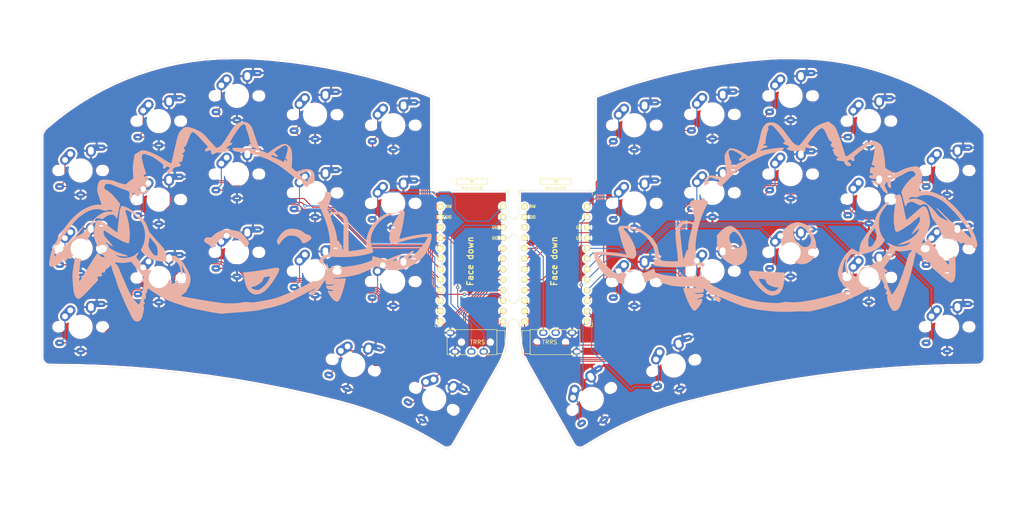
<source format=kicad_pcb>
(kicad_pcb (version 20171130) (host pcbnew "(5.1.10-1-10_14)")
  (layers (0 F.Cu signal) (31 B.Cu signal) (34 B.Paste user) (35 F.Paste user) (36 B.SilkS user) (37 F.SilkS user) (38 B.Mask user) (39 F.Mask user) (44 Edge.Cuts user))
  (net 0 "")
  (net 1 gnd)
  (net 2 vcc)
  (net 3 Switch18)
  (net 4 reset)
  (net 5 Switch1)
  (net 6 Switch2)
  (net 7 Switch3)
  (net 8 Switch4)
  (net 9 Switch5)
  (net 10 Switch6)
  (net 11 Switch7)
  (net 12 Switch8)
  (net 13 Switch9)
  (net 14 Switch10)
  (net 15 Switch11)
  (net 16 Switch12)
  (net 17 Switch13)
  (net 18 Switch14)
  (net 19 Switch15)
  (net 20 Switch16)
  (net 21 Switch17)
  (net 22 raw)
  (net 23 Switch18_r)
  (net 24 reset_r)
  (net 25 Switch9_r)
  (net 26 Switch10_r)
  (net 27 Switch11_r)
  (net 28 Switch12_r)
  (net 29 Switch13_r)
  (net 30 Switch14_r)
  (net 31 Switch15_r)
  (net 32 Switch16_r)
  (net 33 Switch17_r)
  (net 34 Switch1_r)
  (net 35 Switch2_r)
  (net 36 Switch3_r)
  (net 37 Switch4_r)
  (net 38 Switch5_r)
  (net 39 Switch6_r)
  (net 40 Switch7_r)
  (net 41 Switch8_r)
  (module silkscreens:closed_eyes (layer B.Cu) (at 83.24 92.14 170)
    (fp_text reference G*** hide)
    (fp_text value LOGO hide)
  )
  (module silkscreens:open_eyes (layer B.Cu) (at 218.63 96.24 190)
    (fp_text reference G*** hide)
    (fp_text value LOGO hide)
  )
  (module Duckyb-Parts:mouse-bite-5mm-slot-with-space-for-track (layer F.Cu) (at 150.241 111.1885)
    (fp_text reference mouse-bite-5mm-slot hide)
    (fp_text value VAL** hide)
    (pad "" np_thru_hole circle (at 1.016 0) (size 0.5 0.5) (drill 0.5) (layers *.Cu *.Mask))
    (pad "" np_thru_hole circle (at -1.016 0) (size 0.5 0.5) (drill 0.5) (layers *.Cu *.Mask))
    (pad "" np_thru_hole circle (at 1.016 2.032) (size 0.5 0.5) (drill 0.5) (layers *.Cu *.Mask))
    (pad "" np_thru_hole circle (at -1.016 2.032) (size 0.5 0.5) (drill 0.5) (layers *.Cu *.Mask))
    (pad "" np_thru_hole circle (at 1.016 -2.032) (size 0.5 0.5) (drill 0.5) (layers *.Cu *.Mask))
    (pad "" np_thru_hole circle (at -1.016 -2.032) (size 0.5 0.5) (drill 0.5) (layers *.Cu *.Mask))
    (pad "" np_thru_hole circle (at 1.016 -1.016) (size 0.5 0.5) (drill 0.5) (layers *.Cu *.Mask))
    (pad "" np_thru_hole circle (at 1.016 1.016) (size 0.5 0.5) (drill 0.5) (layers *.Cu *.Mask))
    (pad "" np_thru_hole circle (at -1.016 1.016) (size 0.5 0.5) (drill 0.5) (layers *.Cu *.Mask))
    (pad "" np_thru_hole circle (at -1.016 -1.016) (size 0.5 0.5) (drill 0.5) (layers *.Cu *.Mask))
  )
  (module Duckyb-Parts:mouse-bite-5mm-slot-with-space-for-track (layer F.Cu) (at 150.241 90.678)
    (fp_text reference mouse-bite-5mm-slot hide)
    (fp_text value VAL** hide)
    (pad "" np_thru_hole circle (at 1.016 0) (size 0.5 0.5) (drill 0.5) (layers *.Cu *.Mask))
    (pad "" np_thru_hole circle (at -1.016 0) (size 0.5 0.5) (drill 0.5) (layers *.Cu *.Mask))
    (pad "" np_thru_hole circle (at 1.016 2.032) (size 0.5 0.5) (drill 0.5) (layers *.Cu *.Mask))
    (pad "" np_thru_hole circle (at -1.016 2.032) (size 0.5 0.5) (drill 0.5) (layers *.Cu *.Mask))
    (pad "" np_thru_hole circle (at 1.016 -2.032) (size 0.5 0.5) (drill 0.5) (layers *.Cu *.Mask))
    (pad "" np_thru_hole circle (at -1.016 -2.032) (size 0.5 0.5) (drill 0.5) (layers *.Cu *.Mask))
    (pad "" np_thru_hole circle (at 1.016 -1.016) (size 0.5 0.5) (drill 0.5) (layers *.Cu *.Mask))
    (pad "" np_thru_hole circle (at 1.016 1.016) (size 0.5 0.5) (drill 0.5) (layers *.Cu *.Mask))
    (pad "" np_thru_hole circle (at -1.016 1.016) (size 0.5 0.5) (drill 0.5) (layers *.Cu *.Mask))
    (pad "" np_thru_hole circle (at -1.016 -1.016) (size 0.5 0.5) (drill 0.5) (layers *.Cu *.Mask))
  )
  (module kbd:ProMicro_v3_min (layer F.Cu) (at 160.51784 100.246)
    (fp_text reference U2 hide)
    (fp_text value ProMicro-kbd hide)
    (fp_text user GND (at 5.68 -6.8) (layer F.SilkS) (effects (font (size 0.75 0.5) (thickness 0.125))))
    (fp_text user GND (at 5.68 -9.38) (layer F.SilkS) (effects (font (size 0.75 0.5) (thickness 0.125))))
    (fp_text user GND (at -5.67 -11.91) (layer F.SilkS) (effects (font (size 0.75 0.5) (thickness 0.125))))
    (fp_text user RAW (at -5.67 -14.52) (layer F.SilkS) (effects (font (size 0.75 0.5) (thickness 0.125))))
    (fp_text user MicroUSB (at -0.05 -18.95) (layer F.SilkS) (effects (font (size 0.75 0.75) (thickness 0.12))))
    (fp_text user "" (at -0.5 -17.25) (layer F.SilkS))
    (fp_text user "" (at -1.2065 -16.256) (layer B.SilkS) (effects (justify mirror)))
    (pad 1 thru_hole circle (at 7.6114 -14.478) (size 1.524 1.524) (drill 0.8128) (layers *.Cu F.SilkS B.Mask) (net 26 Switch10_r))
    (pad 2 thru_hole circle (at 7.6114 -11.938) (size 1.524 1.524) (drill 0.8128) (layers *.Cu F.SilkS B.Mask) (net 23 Switch18_r))
    (pad 3 thru_hole circle (at 7.6114 -9.398) (size 1.524 1.524) (drill 0.8128) (layers *.Cu F.SilkS B.Mask) (net 1 gnd))
    (pad 4 thru_hole circle (at 7.6114 -6.858) (size 1.524 1.524) (drill 0.8128) (layers *.Cu F.SilkS B.Mask) (net 1 gnd))
    (pad 5 thru_hole circle (at 7.6114 -4.318) (size 1.524 1.524) (drill 0.8128) (layers *.Cu F.SilkS B.Mask) (net 27 Switch11_r))
    (pad 6 thru_hole circle (at 7.6114 -1.778) (size 1.524 1.524) (drill 0.8128) (layers *.Cu F.SilkS B.Mask) (net 28 Switch12_r))
    (pad 7 thru_hole circle (at 7.6114 0.762) (size 1.524 1.524) (drill 0.8128) (layers *.Cu F.SilkS B.Mask) (net 29 Switch13_r))
    (pad 8 thru_hole circle (at 7.6114 3.302) (size 1.524 1.524) (drill 0.8128) (layers *.Cu F.SilkS B.Mask) (net 30 Switch14_r))
    (pad 9 thru_hole circle (at 7.6114 5.842) (size 1.524 1.524) (drill 0.8128) (layers *.Cu F.SilkS B.Mask) (net 31 Switch15_r))
    (pad 10 thru_hole circle (at 7.6114 8.382) (size 1.524 1.524) (drill 0.8128) (layers *.Cu F.SilkS B.Mask) (net 34 Switch1_r))
    (pad 11 thru_hole circle (at 7.6114 10.922) (size 1.524 1.524) (drill 0.8128) (layers *.Cu F.SilkS B.Mask) (net 32 Switch16_r))
    (pad 12 thru_hole circle (at 7.6114 13.462) (size 1.524 1.524) (drill 0.8128) (layers *.Cu F.SilkS B.Mask) (net 33 Switch17_r))
    (pad 13 thru_hole circle (at -7.6086 13.462) (size 1.524 1.524) (drill 0.8128) (layers *.Cu F.SilkS B.Mask) (net 25 Switch9_r))
    (pad 14 thru_hole circle (at -7.6086 10.922) (size 1.524 1.524) (drill 0.8128) (layers *.Cu F.SilkS B.Mask) (net 41 Switch8_r))
    (pad 15 thru_hole circle (at -7.6086 8.382) (size 1.524 1.524) (drill 0.8128) (layers *.Cu F.SilkS B.Mask) (net 40 Switch7_r))
    (pad 16 thru_hole circle (at -7.6086 5.842) (size 1.524 1.524) (drill 0.8128) (layers *.Cu F.SilkS B.Mask) (net 39 Switch6_r))
    (pad 17 thru_hole circle (at -7.6086 3.302) (size 1.524 1.524) (drill 0.8128) (layers *.Cu F.SilkS B.Mask) (net 35 Switch2_r))
    (pad 18 thru_hole circle (at -7.6086 0.762) (size 1.524 1.524) (drill 0.8128) (layers *.Cu F.SilkS B.Mask) (net 36 Switch3_r))
    (pad 19 thru_hole circle (at -7.6086 -1.778) (size 1.524 1.524) (drill 0.8128) (layers *.Cu F.SilkS B.Mask) (net 37 Switch4_r))
    (pad 20 thru_hole circle (at -7.6086 -4.318) (size 1.524 1.524) (drill 0.8128) (layers *.Cu F.SilkS B.Mask) (net 38 Switch5_r))
    (pad 21 thru_hole circle (at -7.6086 -6.858) (size 1.524 1.524) (drill 0.8128) (layers *.Cu F.SilkS B.Mask) (net 2 vcc))
    (pad 22 thru_hole circle (at -7.6086 -9.398) (size 1.524 1.524) (drill 0.8128) (layers *.Cu F.SilkS B.Mask) (net 24 reset_r))
    (pad 23 thru_hole circle (at -7.6086 -11.938) (size 1.524 1.524) (drill 0.8128) (layers *.Cu F.SilkS B.Mask) (net 1 gnd))
    (pad 24 thru_hole circle (at -7.6086 -14.478) (size 1.524 1.524) (drill 0.8128) (layers *.Cu F.SilkS B.Mask) (net 22 raw))
  )
  (module kbd:ProMicro_v3_min (layer F.Cu) (at 140.094 100.246)
    (fp_text reference U1 hide)
    (fp_text value ProMicro-kbd hide)
    (fp_text user GND (at 5.68 -6.8) (layer F.SilkS) (effects (font (size 0.75 0.5) (thickness 0.125))))
    (fp_text user GND (at 5.68 -9.38) (layer F.SilkS) (effects (font (size 0.75 0.5) (thickness 0.125))))
    (fp_text user GND (at -5.67 -11.91) (layer F.SilkS) (effects (font (size 0.75 0.5) (thickness 0.125))))
    (fp_text user RAW (at -5.67 -14.52) (layer F.SilkS) (effects (font (size 0.75 0.5) (thickness 0.125))))
    (fp_text user MicroUSB (at -0.05 -18.95) (layer F.SilkS) (effects (font (size 0.75 0.75) (thickness 0.12))))
    (fp_text user "" (at -0.5 -17.25) (layer F.SilkS))
    (fp_text user "" (at -1.2065 -16.256) (layer B.SilkS) (effects (justify mirror)))
    (pad 1 thru_hole circle (at 7.6114 -14.478) (size 1.524 1.524) (drill 0.8128) (layers *.Cu F.SilkS B.Mask) (net 14 Switch10))
    (pad 2 thru_hole circle (at 7.6114 -11.938) (size 1.524 1.524) (drill 0.8128) (layers *.Cu F.SilkS B.Mask) (net 3 Switch18))
    (pad 3 thru_hole circle (at 7.6114 -9.398) (size 1.524 1.524) (drill 0.8128) (layers *.Cu F.SilkS B.Mask) (net 1 gnd))
    (pad 4 thru_hole circle (at 7.6114 -6.858) (size 1.524 1.524) (drill 0.8128) (layers *.Cu F.SilkS B.Mask) (net 1 gnd))
    (pad 5 thru_hole circle (at 7.6114 -4.318) (size 1.524 1.524) (drill 0.8128) (layers *.Cu F.SilkS B.Mask) (net 15 Switch11))
    (pad 6 thru_hole circle (at 7.6114 -1.778) (size 1.524 1.524) (drill 0.8128) (layers *.Cu F.SilkS B.Mask) (net 16 Switch12))
    (pad 7 thru_hole circle (at 7.6114 0.762) (size 1.524 1.524) (drill 0.8128) (layers *.Cu F.SilkS B.Mask) (net 17 Switch13))
    (pad 8 thru_hole circle (at 7.6114 3.302) (size 1.524 1.524) (drill 0.8128) (layers *.Cu F.SilkS B.Mask) (net 18 Switch14))
    (pad 9 thru_hole circle (at 7.6114 5.842) (size 1.524 1.524) (drill 0.8128) (layers *.Cu F.SilkS B.Mask) (net 19 Switch15))
    (pad 10 thru_hole circle (at 7.6114 8.382) (size 1.524 1.524) (drill 0.8128) (layers *.Cu F.SilkS B.Mask) (net 5 Switch1))
    (pad 11 thru_hole circle (at 7.6114 10.922) (size 1.524 1.524) (drill 0.8128) (layers *.Cu F.SilkS B.Mask) (net 20 Switch16))
    (pad 12 thru_hole circle (at 7.6114 13.462) (size 1.524 1.524) (drill 0.8128) (layers *.Cu F.SilkS B.Mask) (net 21 Switch17))
    (pad 13 thru_hole circle (at -7.6086 13.462) (size 1.524 1.524) (drill 0.8128) (layers *.Cu F.SilkS B.Mask) (net 13 Switch9))
    (pad 14 thru_hole circle (at -7.6086 10.922) (size 1.524 1.524) (drill 0.8128) (layers *.Cu F.SilkS B.Mask) (net 12 Switch8))
    (pad 15 thru_hole circle (at -7.6086 8.382) (size 1.524 1.524) (drill 0.8128) (layers *.Cu F.SilkS B.Mask) (net 11 Switch7))
    (pad 16 thru_hole circle (at -7.6086 5.842) (size 1.524 1.524) (drill 0.8128) (layers *.Cu F.SilkS B.Mask) (net 10 Switch6))
    (pad 17 thru_hole circle (at -7.6086 3.302) (size 1.524 1.524) (drill 0.8128) (layers *.Cu F.SilkS B.Mask) (net 6 Switch2))
    (pad 18 thru_hole circle (at -7.6086 0.762) (size 1.524 1.524) (drill 0.8128) (layers *.Cu F.SilkS B.Mask) (net 7 Switch3))
    (pad 19 thru_hole circle (at -7.6086 -1.778) (size 1.524 1.524) (drill 0.8128) (layers *.Cu F.SilkS B.Mask) (net 8 Switch4))
    (pad 20 thru_hole circle (at -7.6086 -4.318) (size 1.524 1.524) (drill 0.8128) (layers *.Cu F.SilkS B.Mask) (net 9 Switch5))
    (pad 21 thru_hole circle (at -7.6086 -6.858) (size 1.524 1.524) (drill 0.8128) (layers *.Cu F.SilkS B.Mask) (net 2 vcc))
    (pad 22 thru_hole circle (at -7.6086 -9.398) (size 1.524 1.524) (drill 0.8128) (layers *.Cu F.SilkS B.Mask) (net 4 reset))
    (pad 23 thru_hole circle (at -7.6086 -11.938) (size 1.524 1.524) (drill 0.8128) (layers *.Cu F.SilkS B.Mask) (net 1 gnd))
    (pad 24 thru_hole circle (at -7.6086 -14.478) (size 1.524 1.524) (drill 0.8128) (layers *.Cu F.SilkS B.Mask) (net 22 raw))
  )
  (module Kailh:keyswitch_cherrymx_alps_choc12_1u (layer F.Cu) (at 120.98 104.008)
    (fp_text reference SW18 hide)
    (fp_text value SW_Push hide)
    (pad "" np_thru_hole circle (at -5.08 0) (size 1.7 1.7) (drill 1.7) (layers *.Cu))
    (pad "" np_thru_hole circle (at 5.08 0) (size 1.7 1.7) (drill 1.7) (layers *.Cu))
    (pad 2 thru_hole oval (at 0 5.9) (size 2.2 1.5) (drill oval 1 0.3) (layers *.Cu B.Mask) (net 1 gnd))
    (pad "" np_thru_hole circle (at 5.5 0 90) (size 1.8 1.8) (drill 1.8) (layers *.Cu))
    (pad "" np_thru_hole circle (at -5.5 0 90) (size 1.8 1.8) (drill 1.8) (layers *.Cu))
    (pad "" np_thru_hole circle (at 0 0 90) (size 4.9 4.9) (drill 4.9) (layers *.Cu))
    (pad 1 thru_hole oval (at -5.1 3.9) (size 2.2 1.6) (drill oval 1 0.4) (layers *.Cu B.Mask) (net 19 Switch15))
    (pad 2 thru_hole oval (at 5 -5.55 0.5) (size 4.4 1.5) (drill oval 1 0.3 (offset -1.1 0)) (layers *.Cu B.Mask) (net 1 gnd))
    (pad 1 thru_hole circle (at -2.5 -4) (size 2.4 2.4) (drill 1.4) (layers *.Cu B.Mask) (net 19 Switch15))
    (pad 2 thru_hole oval (at 2.5 -4.8) (size 2.4 2.95) (drill oval 1.4 1.95) (layers *.Cu B.Mask) (net 1 gnd))
    (pad 1 thru_hole oval (at -3.8 -2.55 318) (size 2.4 4.4) (drill 1.4 (offset 0 -1)) (layers *.Cu B.Mask) (net 19 Switch15))
  )
  (module Kailh:keyswitch_cherrymx_alps_choc12_1u (layer F.Cu) (at 111.272 124.288 345)
    (fp_text reference SW21 hide)
    (fp_text value SW_Push hide)
    (pad "" np_thru_hole circle (at -5.08 0 345) (size 1.7 1.7) (drill 1.7) (layers *.Cu))
    (pad "" np_thru_hole circle (at 5.08 0 345) (size 1.7 1.7) (drill 1.7) (layers *.Cu))
    (pad 2 thru_hole oval (at 0 5.9 345) (size 2.2 1.5) (drill oval 1 0.3) (layers *.Cu B.Mask) (net 1 gnd))
    (pad "" np_thru_hole circle (at 5.5 0 75) (size 1.8 1.8) (drill 1.8) (layers *.Cu))
    (pad "" np_thru_hole circle (at -5.5 0 75) (size 1.8 1.8) (drill 1.8) (layers *.Cu))
    (pad "" np_thru_hole circle (at 0 0 75) (size 4.9 4.9) (drill 4.9) (layers *.Cu))
    (pad 1 thru_hole oval (at -5.1 3.9 345) (size 2.2 1.6) (drill oval 1 0.4) (layers *.Cu B.Mask) (net 20 Switch16))
    (pad 2 thru_hole oval (at 5 -5.55 345.5) (size 4.4 1.5) (drill oval 1 0.3 (offset -1.1 0)) (layers *.Cu B.Mask) (net 1 gnd))
    (pad 1 thru_hole circle (at -2.5 -4 345) (size 2.4 2.4) (drill 1.4) (layers *.Cu B.Mask) (net 20 Switch16))
    (pad 2 thru_hole oval (at 2.5 -4.8 345) (size 2.4 2.95) (drill oval 1.4 1.95) (layers *.Cu B.Mask) (net 1 gnd))
    (pad 1 thru_hole oval (at -3.8 -2.55 303) (size 2.4 4.4) (drill 1.4 (offset 0 -1)) (layers *.Cu B.Mask) (net 20 Switch16))
  )
  (module Kailh:keyswitch_cherrymx_alps_choc12_1u (layer F.Cu) (at 189.17984 124.41 15)
    (fp_text reference SW21_r1 hide)
    (fp_text value SW_Push hide)
    (pad "" np_thru_hole circle (at -5.08 0 15) (size 1.7 1.7) (drill 1.7) (layers *.Cu))
    (pad "" np_thru_hole circle (at 5.08 0 15) (size 1.7 1.7) (drill 1.7) (layers *.Cu))
    (pad 2 thru_hole oval (at 0 5.9 15) (size 2.2 1.5) (drill oval 1 0.3) (layers *.Cu B.Mask) (net 1 gnd))
    (pad "" np_thru_hole circle (at 5.5 0 105) (size 1.8 1.8) (drill 1.8) (layers *.Cu))
    (pad "" np_thru_hole circle (at -5.5 0 105) (size 1.8 1.8) (drill 1.8) (layers *.Cu))
    (pad "" np_thru_hole circle (at 0 0 105) (size 4.9 4.9) (drill 4.9) (layers *.Cu))
    (pad 1 thru_hole oval (at -5.1 3.9 15) (size 2.2 1.6) (drill oval 1 0.4) (layers *.Cu B.Mask) (net 32 Switch16_r))
    (pad 2 thru_hole oval (at 5 -5.55 15.5) (size 4.4 1.5) (drill oval 1 0.3 (offset -1.1 0)) (layers *.Cu B.Mask) (net 1 gnd))
    (pad 1 thru_hole circle (at -2.5 -4 15) (size 2.4 2.4) (drill 1.4) (layers *.Cu B.Mask) (net 32 Switch16_r))
    (pad 2 thru_hole oval (at 2.5 -4.8 15) (size 2.4 2.95) (drill oval 1.4 1.95) (layers *.Cu B.Mask) (net 1 gnd))
    (pad 1 thru_hole oval (at -3.8 -2.55 333) (size 2.4 4.4) (drill 1.4 (offset 0 -1)) (layers *.Cu B.Mask) (net 32 Switch16_r))
  )
  (module Kailh:keyswitch_cherrymx_alps_choc12_1u (layer F.Cu) (at 169.251 132.542 30)
    (fp_text reference SW20_r1 hide)
    (fp_text value SW_Push hide)
    (pad "" np_thru_hole circle (at -5.08 0 30) (size 1.7 1.7) (drill 1.7) (layers *.Cu))
    (pad "" np_thru_hole circle (at 5.08 0 30) (size 1.7 1.7) (drill 1.7) (layers *.Cu))
    (pad 2 thru_hole oval (at 0 5.9 30) (size 2.2 1.5) (drill oval 1 0.3) (layers *.Cu B.Mask) (net 1 gnd))
    (pad "" np_thru_hole circle (at 5.5 0 120) (size 1.8 1.8) (drill 1.8) (layers *.Cu))
    (pad "" np_thru_hole circle (at -5.5 0 120) (size 1.8 1.8) (drill 1.8) (layers *.Cu))
    (pad "" np_thru_hole circle (at 0 0 120) (size 4.9 4.9) (drill 4.9) (layers *.Cu))
    (pad 1 thru_hole oval (at -5.1 3.9 30) (size 2.2 1.6) (drill oval 1 0.4) (layers *.Cu B.Mask) (net 33 Switch17_r))
    (pad 2 thru_hole oval (at 5 -5.55 30.5) (size 4.4 1.5) (drill oval 1 0.3 (offset -1.1 0)) (layers *.Cu B.Mask) (net 1 gnd))
    (pad 1 thru_hole circle (at -2.5 -4 30) (size 2.4 2.4) (drill 1.4) (layers *.Cu B.Mask) (net 33 Switch17_r))
    (pad 2 thru_hole oval (at 2.5 -4.8 30) (size 2.4 2.95) (drill oval 1.4 1.95) (layers *.Cu B.Mask) (net 1 gnd))
    (pad 1 thru_hole oval (at -3.8 -2.55 348) (size 2.4 4.4) (drill 1.4 (offset 0 -1)) (layers *.Cu B.Mask) (net 33 Switch17_r))
  )
  (module Kailh:keyswitch_cherrymx_alps_choc12_1u (layer F.Cu) (at 217.58784 77.878)
    (fp_text reference SW9_r1 hide)
    (fp_text value SW_Push hide)
    (pad "" np_thru_hole circle (at -5.08 0) (size 1.7 1.7) (drill 1.7) (layers *.Cu))
    (pad "" np_thru_hole circle (at 5.08 0) (size 1.7 1.7) (drill 1.7) (layers *.Cu))
    (pad 2 thru_hole oval (at 0 5.9) (size 2.2 1.5) (drill oval 1 0.3) (layers *.Cu B.Mask) (net 1 gnd))
    (pad "" np_thru_hole circle (at 5.5 0 90) (size 1.8 1.8) (drill 1.8) (layers *.Cu))
    (pad "" np_thru_hole circle (at -5.5 0 90) (size 1.8 1.8) (drill 1.8) (layers *.Cu))
    (pad "" np_thru_hole circle (at 0 0 90) (size 4.9 4.9) (drill 4.9) (layers *.Cu))
    (pad 1 thru_hole oval (at -5.1 3.9) (size 2.2 1.6) (drill oval 1 0.4) (layers *.Cu B.Mask) (net 41 Switch8_r))
    (pad 2 thru_hole oval (at 5 -5.55 0.5) (size 4.4 1.5) (drill oval 1 0.3 (offset -1.1 0)) (layers *.Cu B.Mask) (net 1 gnd))
    (pad 1 thru_hole circle (at -2.5 -4) (size 2.4 2.4) (drill 1.4) (layers *.Cu B.Mask) (net 41 Switch8_r))
    (pad 2 thru_hole oval (at 2.5 -4.8) (size 2.4 2.95) (drill oval 1.4 1.95) (layers *.Cu B.Mask) (net 1 gnd))
    (pad 1 thru_hole oval (at -3.8 -2.55 318) (size 2.4 4.4) (drill 1.4 (offset 0 -1)) (layers *.Cu B.Mask) (net 41 Switch8_r))
  )
  (module Kailh:keyswitch_cherrymx_alps_choc12_1u (layer F.Cu) (at 236.61384 83.974)
    (fp_text reference SW8_r1 hide)
    (fp_text value SW_Push hide)
    (pad "" np_thru_hole circle (at -5.08 0) (size 1.7 1.7) (drill 1.7) (layers *.Cu))
    (pad "" np_thru_hole circle (at 5.08 0) (size 1.7 1.7) (drill 1.7) (layers *.Cu))
    (pad 2 thru_hole oval (at 0 5.9) (size 2.2 1.5) (drill oval 1 0.3) (layers *.Cu B.Mask) (net 1 gnd))
    (pad "" np_thru_hole circle (at 5.5 0 90) (size 1.8 1.8) (drill 1.8) (layers *.Cu))
    (pad "" np_thru_hole circle (at -5.5 0 90) (size 1.8 1.8) (drill 1.8) (layers *.Cu))
    (pad "" np_thru_hole circle (at 0 0 90) (size 4.9 4.9) (drill 4.9) (layers *.Cu))
    (pad 1 thru_hole oval (at -5.1 3.9) (size 2.2 1.6) (drill oval 1 0.4) (layers *.Cu B.Mask) (net 40 Switch7_r))
    (pad 2 thru_hole oval (at 5 -5.55 0.5) (size 4.4 1.5) (drill oval 1 0.3 (offset -1.1 0)) (layers *.Cu B.Mask) (net 1 gnd))
    (pad 1 thru_hole circle (at -2.5 -4) (size 2.4 2.4) (drill 1.4) (layers *.Cu B.Mask) (net 40 Switch7_r))
    (pad 2 thru_hole oval (at 2.5 -4.8) (size 2.4 2.95) (drill oval 1.4 1.95) (layers *.Cu B.Mask) (net 1 gnd))
    (pad 1 thru_hole oval (at -3.8 -2.55 318) (size 2.4 4.4) (drill 1.4 (offset 0 -1)) (layers *.Cu B.Mask) (net 40 Switch7_r))
  )
  (module Kailh:keyswitch_cherrymx_alps_choc12_1u (layer F.Cu) (at 255.63184 96)
    (fp_text reference SW7_r1 hide)
    (fp_text value SW_Push hide)
    (pad "" np_thru_hole circle (at -5.08 0) (size 1.7 1.7) (drill 1.7) (layers *.Cu))
    (pad "" np_thru_hole circle (at 5.08 0) (size 1.7 1.7) (drill 1.7) (layers *.Cu))
    (pad 2 thru_hole oval (at 0 5.9) (size 2.2 1.5) (drill oval 1 0.3) (layers *.Cu B.Mask) (net 1 gnd))
    (pad "" np_thru_hole circle (at 5.5 0 90) (size 1.8 1.8) (drill 1.8) (layers *.Cu))
    (pad "" np_thru_hole circle (at -5.5 0 90) (size 1.8 1.8) (drill 1.8) (layers *.Cu))
    (pad "" np_thru_hole circle (at 0 0 90) (size 4.9 4.9) (drill 4.9) (layers *.Cu))
    (pad 1 thru_hole oval (at -5.1 3.9) (size 2.2 1.6) (drill oval 1 0.4) (layers *.Cu B.Mask) (net 39 Switch6_r))
    (pad 2 thru_hole oval (at 5 -5.55 0.5) (size 4.4 1.5) (drill oval 1 0.3 (offset -1.1 0)) (layers *.Cu B.Mask) (net 1 gnd))
    (pad 1 thru_hole circle (at -2.5 -4) (size 2.4 2.4) (drill 1.4) (layers *.Cu B.Mask) (net 39 Switch6_r))
    (pad 2 thru_hole oval (at 2.5 -4.8) (size 2.4 2.95) (drill oval 1.4 1.95) (layers *.Cu B.Mask) (net 1 gnd))
    (pad 1 thru_hole oval (at -3.8 -2.55 318) (size 2.4 4.4) (drill 1.4 (offset 0 -1)) (layers *.Cu B.Mask) (net 39 Switch6_r))
  )
  (module Kailh:keyswitch_cherrymx_alps_choc12_1u (layer F.Cu) (at 179.58584 66)
    (fp_text reference SW6_r1 hide)
    (fp_text value SW_Push hide)
    (pad "" np_thru_hole circle (at -5.08 0) (size 1.7 1.7) (drill 1.7) (layers *.Cu))
    (pad "" np_thru_hole circle (at 5.08 0) (size 1.7 1.7) (drill 1.7) (layers *.Cu))
    (pad 2 thru_hole oval (at 0 5.9) (size 2.2 1.5) (drill oval 1 0.3) (layers *.Cu B.Mask) (net 1 gnd))
    (pad "" np_thru_hole circle (at 5.5 0 90) (size 1.8 1.8) (drill 1.8) (layers *.Cu))
    (pad "" np_thru_hole circle (at -5.5 0 90) (size 1.8 1.8) (drill 1.8) (layers *.Cu))
    (pad "" np_thru_hole circle (at 0 0 90) (size 4.9 4.9) (drill 4.9) (layers *.Cu))
    (pad 1 thru_hole oval (at -5.1 3.9) (size 2.2 1.6) (drill oval 1 0.4) (layers *.Cu B.Mask) (net 38 Switch5_r))
    (pad 2 thru_hole oval (at 5 -5.55 0.5) (size 4.4 1.5) (drill oval 1 0.3 (offset -1.1 0)) (layers *.Cu B.Mask) (net 1 gnd))
    (pad 1 thru_hole circle (at -2.5 -4) (size 2.4 2.4) (drill 1.4) (layers *.Cu B.Mask) (net 38 Switch5_r))
    (pad 2 thru_hole oval (at 2.5 -4.8) (size 2.4 2.95) (drill oval 1.4 1.95) (layers *.Cu B.Mask) (net 1 gnd))
    (pad 1 thru_hole oval (at -3.8 -2.55 318) (size 2.4 4.4) (drill 1.4 (offset 0 -1)) (layers *.Cu B.Mask) (net 38 Switch5_r))
  )
  (module Kailh:keyswitch_cherrymx_alps_choc12_1u (layer F.Cu) (at 198.58584 63.368)
    (fp_text reference SW5_r1 hide)
    (fp_text value SW_Push hide)
    (pad "" np_thru_hole circle (at -5.08 0) (size 1.7 1.7) (drill 1.7) (layers *.Cu))
    (pad "" np_thru_hole circle (at 5.08 0) (size 1.7 1.7) (drill 1.7) (layers *.Cu))
    (pad 2 thru_hole oval (at 0 5.9) (size 2.2 1.5) (drill oval 1 0.3) (layers *.Cu B.Mask) (net 1 gnd))
    (pad "" np_thru_hole circle (at 5.5 0 90) (size 1.8 1.8) (drill 1.8) (layers *.Cu))
    (pad "" np_thru_hole circle (at -5.5 0 90) (size 1.8 1.8) (drill 1.8) (layers *.Cu))
    (pad "" np_thru_hole circle (at 0 0 90) (size 4.9 4.9) (drill 4.9) (layers *.Cu))
    (pad 1 thru_hole oval (at -5.1 3.9) (size 2.2 1.6) (drill oval 1 0.4) (layers *.Cu B.Mask) (net 37 Switch4_r))
    (pad 2 thru_hole oval (at 5 -5.55 0.5) (size 4.4 1.5) (drill oval 1 0.3 (offset -1.1 0)) (layers *.Cu B.Mask) (net 1 gnd))
    (pad 1 thru_hole circle (at -2.5 -4) (size 2.4 2.4) (drill 1.4) (layers *.Cu B.Mask) (net 37 Switch4_r))
    (pad 2 thru_hole oval (at 2.5 -4.8) (size 2.4 2.95) (drill oval 1.4 1.95) (layers *.Cu B.Mask) (net 1 gnd))
    (pad 1 thru_hole oval (at -3.8 -2.55 318) (size 2.4 4.4) (drill 1.4 (offset 0 -1)) (layers *.Cu B.Mask) (net 37 Switch4_r))
  )
  (module Kailh:keyswitch_cherrymx_alps_choc12_1u (layer F.Cu) (at 217.58784 58.86)
    (fp_text reference SW4_r1 hide)
    (fp_text value SW_Push hide)
    (pad "" np_thru_hole circle (at -5.08 0) (size 1.7 1.7) (drill 1.7) (layers *.Cu))
    (pad "" np_thru_hole circle (at 5.08 0) (size 1.7 1.7) (drill 1.7) (layers *.Cu))
    (pad 2 thru_hole oval (at 0 5.9) (size 2.2 1.5) (drill oval 1 0.3) (layers *.Cu B.Mask) (net 1 gnd))
    (pad "" np_thru_hole circle (at 5.5 0 90) (size 1.8 1.8) (drill 1.8) (layers *.Cu))
    (pad "" np_thru_hole circle (at -5.5 0 90) (size 1.8 1.8) (drill 1.8) (layers *.Cu))
    (pad "" np_thru_hole circle (at 0 0 90) (size 4.9 4.9) (drill 4.9) (layers *.Cu))
    (pad 1 thru_hole oval (at -5.1 3.9) (size 2.2 1.6) (drill oval 1 0.4) (layers *.Cu B.Mask) (net 36 Switch3_r))
    (pad 2 thru_hole oval (at 5 -5.55 0.5) (size 4.4 1.5) (drill oval 1 0.3 (offset -1.1 0)) (layers *.Cu B.Mask) (net 1 gnd))
    (pad 1 thru_hole circle (at -2.5 -4) (size 2.4 2.4) (drill 1.4) (layers *.Cu B.Mask) (net 36 Switch3_r))
    (pad 2 thru_hole oval (at 2.5 -4.8) (size 2.4 2.95) (drill oval 1.4 1.95) (layers *.Cu B.Mask) (net 1 gnd))
    (pad 1 thru_hole oval (at -3.8 -2.55 318) (size 2.4 4.4) (drill 1.4 (offset 0 -1)) (layers *.Cu B.Mask) (net 36 Switch3_r))
  )
  (module Kailh:keyswitch_cherrymx_alps_choc12_1u (layer F.Cu) (at 236.61384 65)
    (fp_text reference SW3_r1 hide)
    (fp_text value SW_Push hide)
    (pad "" np_thru_hole circle (at -5.08 0) (size 1.7 1.7) (drill 1.7) (layers *.Cu))
    (pad "" np_thru_hole circle (at 5.08 0) (size 1.7 1.7) (drill 1.7) (layers *.Cu))
    (pad 2 thru_hole oval (at 0 5.9) (size 2.2 1.5) (drill oval 1 0.3) (layers *.Cu B.Mask) (net 1 gnd))
    (pad "" np_thru_hole circle (at 5.5 0 90) (size 1.8 1.8) (drill 1.8) (layers *.Cu))
    (pad "" np_thru_hole circle (at -5.5 0 90) (size 1.8 1.8) (drill 1.8) (layers *.Cu))
    (pad "" np_thru_hole circle (at 0 0 90) (size 4.9 4.9) (drill 4.9) (layers *.Cu))
    (pad 1 thru_hole oval (at -5.1 3.9) (size 2.2 1.6) (drill oval 1 0.4) (layers *.Cu B.Mask) (net 35 Switch2_r))
    (pad 2 thru_hole oval (at 5 -5.55 0.5) (size 4.4 1.5) (drill oval 1 0.3 (offset -1.1 0)) (layers *.Cu B.Mask) (net 1 gnd))
    (pad 1 thru_hole circle (at -2.5 -4) (size 2.4 2.4) (drill 1.4) (layers *.Cu B.Mask) (net 35 Switch2_r))
    (pad 2 thru_hole oval (at 2.5 -4.8) (size 2.4 2.95) (drill oval 1.4 1.95) (layers *.Cu B.Mask) (net 1 gnd))
    (pad 1 thru_hole oval (at -3.8 -2.55 318) (size 2.4 4.4) (drill 1.4 (offset 0 -1)) (layers *.Cu B.Mask) (net 35 Switch2_r))
  )
  (module Kailh:keyswitch_cherrymx_alps_choc12_1u (layer F.Cu) (at 255.63184 77)
    (fp_text reference SW2_r1 hide)
    (fp_text value SW_Push hide)
    (pad "" np_thru_hole circle (at -5.08 0) (size 1.7 1.7) (drill 1.7) (layers *.Cu))
    (pad "" np_thru_hole circle (at 5.08 0) (size 1.7 1.7) (drill 1.7) (layers *.Cu))
    (pad 2 thru_hole oval (at 0 5.9) (size 2.2 1.5) (drill oval 1 0.3) (layers *.Cu B.Mask) (net 1 gnd))
    (pad "" np_thru_hole circle (at 5.5 0 90) (size 1.8 1.8) (drill 1.8) (layers *.Cu))
    (pad "" np_thru_hole circle (at -5.5 0 90) (size 1.8 1.8) (drill 1.8) (layers *.Cu))
    (pad "" np_thru_hole circle (at 0 0 90) (size 4.9 4.9) (drill 4.9) (layers *.Cu))
    (pad 1 thru_hole oval (at -5.1 3.9) (size 2.2 1.6) (drill oval 1 0.4) (layers *.Cu B.Mask) (net 34 Switch1_r))
    (pad 2 thru_hole oval (at 5 -5.55 0.5) (size 4.4 1.5) (drill oval 1 0.3 (offset -1.1 0)) (layers *.Cu B.Mask) (net 1 gnd))
    (pad 1 thru_hole circle (at -2.5 -4) (size 2.4 2.4) (drill 1.4) (layers *.Cu B.Mask) (net 34 Switch1_r))
    (pad 2 thru_hole oval (at 2.5 -4.8) (size 2.4 2.95) (drill oval 1.4 1.95) (layers *.Cu B.Mask) (net 1 gnd))
    (pad 1 thru_hole oval (at -3.8 -2.55 318) (size 2.4 4.4) (drill 1.4 (offset 0 -1)) (layers *.Cu B.Mask) (net 34 Switch1_r))
  )
  (module Kailh:keyswitch_cherrymx_alps_choc12_1u (layer F.Cu) (at 236.61384 102.992)
    (fp_text reference SW18_r1 hide)
    (fp_text value SW_Push hide)
    (pad "" np_thru_hole circle (at -5.08 0) (size 1.7 1.7) (drill 1.7) (layers *.Cu))
    (pad "" np_thru_hole circle (at 5.08 0) (size 1.7 1.7) (drill 1.7) (layers *.Cu))
    (pad 2 thru_hole oval (at 0 5.9) (size 2.2 1.5) (drill oval 1 0.3) (layers *.Cu B.Mask) (net 1 gnd))
    (pad "" np_thru_hole circle (at 5.5 0 90) (size 1.8 1.8) (drill 1.8) (layers *.Cu))
    (pad "" np_thru_hole circle (at -5.5 0 90) (size 1.8 1.8) (drill 1.8) (layers *.Cu))
    (pad "" np_thru_hole circle (at 0 0 90) (size 4.9 4.9) (drill 4.9) (layers *.Cu))
    (pad 1 thru_hole oval (at -5.1 3.9) (size 2.2 1.6) (drill oval 1 0.4) (layers *.Cu B.Mask) (net 28 Switch12_r))
    (pad 2 thru_hole oval (at 5 -5.55 0.5) (size 4.4 1.5) (drill oval 1 0.3 (offset -1.1 0)) (layers *.Cu B.Mask) (net 1 gnd))
    (pad 1 thru_hole circle (at -2.5 -4) (size 2.4 2.4) (drill 1.4) (layers *.Cu B.Mask) (net 28 Switch12_r))
    (pad 2 thru_hole oval (at 2.5 -4.8) (size 2.4 2.95) (drill oval 1.4 1.95) (layers *.Cu B.Mask) (net 1 gnd))
    (pad 1 thru_hole oval (at -3.8 -2.55 318) (size 2.4 4.4) (drill 1.4 (offset 0 -1)) (layers *.Cu B.Mask) (net 28 Switch12_r))
  )
  (module Kailh:keyswitch_cherrymx_alps_choc12_1u (layer F.Cu) (at 179.58584 104.008)
    (fp_text reference SW17_r1 hide)
    (fp_text value SW_Push hide)
    (pad "" np_thru_hole circle (at -5.08 0) (size 1.7 1.7) (drill 1.7) (layers *.Cu))
    (pad "" np_thru_hole circle (at 5.08 0) (size 1.7 1.7) (drill 1.7) (layers *.Cu))
    (pad 2 thru_hole oval (at 0 5.9) (size 2.2 1.5) (drill oval 1 0.3) (layers *.Cu B.Mask) (net 1 gnd))
    (pad "" np_thru_hole circle (at 5.5 0 90) (size 1.8 1.8) (drill 1.8) (layers *.Cu))
    (pad "" np_thru_hole circle (at -5.5 0 90) (size 1.8 1.8) (drill 1.8) (layers *.Cu))
    (pad "" np_thru_hole circle (at 0 0 90) (size 4.9 4.9) (drill 4.9) (layers *.Cu))
    (pad 1 thru_hole oval (at -5.1 3.9) (size 2.2 1.6) (drill oval 1 0.4) (layers *.Cu B.Mask) (net 31 Switch15_r))
    (pad 2 thru_hole oval (at 5 -5.55 0.5) (size 4.4 1.5) (drill oval 1 0.3 (offset -1.1 0)) (layers *.Cu B.Mask) (net 1 gnd))
    (pad 1 thru_hole circle (at -2.5 -4) (size 2.4 2.4) (drill 1.4) (layers *.Cu B.Mask) (net 31 Switch15_r))
    (pad 2 thru_hole oval (at 2.5 -4.8) (size 2.4 2.95) (drill oval 1.4 1.95) (layers *.Cu B.Mask) (net 1 gnd))
    (pad 1 thru_hole oval (at -3.8 -2.55 318) (size 2.4 4.4) (drill 1.4 (offset 0 -1)) (layers *.Cu B.Mask) (net 31 Switch15_r))
  )
  (module Kailh:keyswitch_cherrymx_alps_choc12_1u (layer F.Cu) (at 198.58584 101.468)
    (fp_text reference SW16_r1 hide)
    (fp_text value SW_Push hide)
    (pad "" np_thru_hole circle (at -5.08 0) (size 1.7 1.7) (drill 1.7) (layers *.Cu))
    (pad "" np_thru_hole circle (at 5.08 0) (size 1.7 1.7) (drill 1.7) (layers *.Cu))
    (pad 2 thru_hole oval (at 0 5.9) (size 2.2 1.5) (drill oval 1 0.3) (layers *.Cu B.Mask) (net 1 gnd))
    (pad "" np_thru_hole circle (at 5.5 0 90) (size 1.8 1.8) (drill 1.8) (layers *.Cu))
    (pad "" np_thru_hole circle (at -5.5 0 90) (size 1.8 1.8) (drill 1.8) (layers *.Cu))
    (pad "" np_thru_hole circle (at 0 0 90) (size 4.9 4.9) (drill 4.9) (layers *.Cu))
    (pad 1 thru_hole oval (at -5.1 3.9) (size 2.2 1.6) (drill oval 1 0.4) (layers *.Cu B.Mask) (net 30 Switch14_r))
    (pad 2 thru_hole oval (at 5 -5.55 0.5) (size 4.4 1.5) (drill oval 1 0.3 (offset -1.1 0)) (layers *.Cu B.Mask) (net 1 gnd))
    (pad 1 thru_hole circle (at -2.5 -4) (size 2.4 2.4) (drill 1.4) (layers *.Cu B.Mask) (net 30 Switch14_r))
    (pad 2 thru_hole oval (at 2.5 -4.8) (size 2.4 2.95) (drill oval 1.4 1.95) (layers *.Cu B.Mask) (net 1 gnd))
    (pad 1 thru_hole oval (at -3.8 -2.55 318) (size 2.4 4.4) (drill 1.4 (offset 0 -1)) (layers *.Cu B.Mask) (net 30 Switch14_r))
  )
  (module Kailh:keyswitch_cherrymx_alps_choc12_1u (layer F.Cu) (at 217.58784 96.896)
    (fp_text reference SW15_r1 hide)
    (fp_text value SW_Push hide)
    (pad "" np_thru_hole circle (at -5.08 0) (size 1.7 1.7) (drill 1.7) (layers *.Cu))
    (pad "" np_thru_hole circle (at 5.08 0) (size 1.7 1.7) (drill 1.7) (layers *.Cu))
    (pad 2 thru_hole oval (at 0 5.9) (size 2.2 1.5) (drill oval 1 0.3) (layers *.Cu B.Mask) (net 1 gnd))
    (pad "" np_thru_hole circle (at 5.5 0 90) (size 1.8 1.8) (drill 1.8) (layers *.Cu))
    (pad "" np_thru_hole circle (at -5.5 0 90) (size 1.8 1.8) (drill 1.8) (layers *.Cu))
    (pad "" np_thru_hole circle (at 0 0 90) (size 4.9 4.9) (drill 4.9) (layers *.Cu))
    (pad 1 thru_hole oval (at -5.1 3.9) (size 2.2 1.6) (drill oval 1 0.4) (layers *.Cu B.Mask) (net 29 Switch13_r))
    (pad 2 thru_hole oval (at 5 -5.55 0.5) (size 4.4 1.5) (drill oval 1 0.3 (offset -1.1 0)) (layers *.Cu B.Mask) (net 1 gnd))
    (pad 1 thru_hole circle (at -2.5 -4) (size 2.4 2.4) (drill 1.4) (layers *.Cu B.Mask) (net 29 Switch13_r))
    (pad 2 thru_hole oval (at 2.5 -4.8) (size 2.4 2.95) (drill oval 1.4 1.95) (layers *.Cu B.Mask) (net 1 gnd))
    (pad 1 thru_hole oval (at -3.8 -2.55 318) (size 2.4 4.4) (drill 1.4 (offset 0 -1)) (layers *.Cu B.Mask) (net 29 Switch13_r))
  )
  (module Kailh:keyswitch_cherrymx_alps_choc12_1u (layer F.Cu) (at 255.63184 115)
    (fp_text reference SW13_r1 hide)
    (fp_text value SW_Push hide)
    (pad "" np_thru_hole circle (at -5.08 0) (size 1.7 1.7) (drill 1.7) (layers *.Cu))
    (pad "" np_thru_hole circle (at 5.08 0) (size 1.7 1.7) (drill 1.7) (layers *.Cu))
    (pad 2 thru_hole oval (at 0 5.9) (size 2.2 1.5) (drill oval 1 0.3) (layers *.Cu B.Mask) (net 1 gnd))
    (pad "" np_thru_hole circle (at 5.5 0 90) (size 1.8 1.8) (drill 1.8) (layers *.Cu))
    (pad "" np_thru_hole circle (at -5.5 0 90) (size 1.8 1.8) (drill 1.8) (layers *.Cu))
    (pad "" np_thru_hole circle (at 0 0 90) (size 4.9 4.9) (drill 4.9) (layers *.Cu))
    (pad 1 thru_hole oval (at -5.1 3.9) (size 2.2 1.6) (drill oval 1 0.4) (layers *.Cu B.Mask) (net 27 Switch11_r))
    (pad 2 thru_hole oval (at 5 -5.55 0.5) (size 4.4 1.5) (drill oval 1 0.3 (offset -1.1 0)) (layers *.Cu B.Mask) (net 1 gnd))
    (pad 1 thru_hole circle (at -2.5 -4) (size 2.4 2.4) (drill 1.4) (layers *.Cu B.Mask) (net 27 Switch11_r))
    (pad 2 thru_hole oval (at 2.5 -4.8) (size 2.4 2.95) (drill oval 1.4 1.95) (layers *.Cu B.Mask) (net 1 gnd))
    (pad 1 thru_hole oval (at -3.8 -2.55 318) (size 2.4 4.4) (drill 1.4 (offset 0 -1)) (layers *.Cu B.Mask) (net 27 Switch11_r))
  )
  (module Kailh:keyswitch_cherrymx_alps_choc12_1u (layer F.Cu) (at 179.58584 84.99)
    (fp_text reference SW12_r1 hide)
    (fp_text value SW_Push hide)
    (pad "" np_thru_hole circle (at -5.08 0) (size 1.7 1.7) (drill 1.7) (layers *.Cu))
    (pad "" np_thru_hole circle (at 5.08 0) (size 1.7 1.7) (drill 1.7) (layers *.Cu))
    (pad 2 thru_hole oval (at 0 5.9) (size 2.2 1.5) (drill oval 1 0.3) (layers *.Cu B.Mask) (net 1 gnd))
    (pad "" np_thru_hole circle (at 5.5 0 90) (size 1.8 1.8) (drill 1.8) (layers *.Cu))
    (pad "" np_thru_hole circle (at -5.5 0 90) (size 1.8 1.8) (drill 1.8) (layers *.Cu))
    (pad "" np_thru_hole circle (at 0 0 90) (size 4.9 4.9) (drill 4.9) (layers *.Cu))
    (pad 1 thru_hole oval (at -5.1 3.9) (size 2.2 1.6) (drill oval 1 0.4) (layers *.Cu B.Mask) (net 26 Switch10_r))
    (pad 2 thru_hole oval (at 5 -5.55 0.5) (size 4.4 1.5) (drill oval 1 0.3 (offset -1.1 0)) (layers *.Cu B.Mask) (net 1 gnd))
    (pad 1 thru_hole circle (at -2.5 -4) (size 2.4 2.4) (drill 1.4) (layers *.Cu B.Mask) (net 26 Switch10_r))
    (pad 2 thru_hole oval (at 2.5 -4.8) (size 2.4 2.95) (drill oval 1.4 1.95) (layers *.Cu B.Mask) (net 1 gnd))
    (pad 1 thru_hole oval (at -3.8 -2.55 318) (size 2.4 4.4) (drill 1.4 (offset 0 -1)) (layers *.Cu B.Mask) (net 26 Switch10_r))
  )
  (module Kailh:keyswitch_cherrymx_alps_choc12_1u (layer F.Cu) (at 198.58584 82.418)
    (fp_text reference SW11_r1 hide)
    (fp_text value SW_Push hide)
    (pad "" np_thru_hole circle (at -5.08 0) (size 1.7 1.7) (drill 1.7) (layers *.Cu))
    (pad "" np_thru_hole circle (at 5.08 0) (size 1.7 1.7) (drill 1.7) (layers *.Cu))
    (pad 2 thru_hole oval (at 0 5.9) (size 2.2 1.5) (drill oval 1 0.3) (layers *.Cu B.Mask) (net 1 gnd))
    (pad "" np_thru_hole circle (at 5.5 0 90) (size 1.8 1.8) (drill 1.8) (layers *.Cu))
    (pad "" np_thru_hole circle (at -5.5 0 90) (size 1.8 1.8) (drill 1.8) (layers *.Cu))
    (pad "" np_thru_hole circle (at 0 0 90) (size 4.9 4.9) (drill 4.9) (layers *.Cu))
    (pad 1 thru_hole oval (at -5.1 3.9) (size 2.2 1.6) (drill oval 1 0.4) (layers *.Cu B.Mask) (net 25 Switch9_r))
    (pad 2 thru_hole oval (at 5 -5.55 0.5) (size 4.4 1.5) (drill oval 1 0.3 (offset -1.1 0)) (layers *.Cu B.Mask) (net 1 gnd))
    (pad 1 thru_hole circle (at -2.5 -4) (size 2.4 2.4) (drill 1.4) (layers *.Cu B.Mask) (net 25 Switch9_r))
    (pad 2 thru_hole oval (at 2.5 -4.8) (size 2.4 2.95) (drill oval 1.4 1.95) (layers *.Cu B.Mask) (net 1 gnd))
    (pad 1 thru_hole oval (at -3.8 -2.55 318) (size 2.4 4.4) (drill 1.4 (offset 0 -1)) (layers *.Cu B.Mask) (net 25 Switch9_r))
  )
  (module Kailh:keyswitch_cherrymx_alps_choc12_1u (layer F.Cu) (at 130.95 132.504 330)
    (fp_text reference SW20 hide)
    (fp_text value SW_Push hide)
    (pad "" np_thru_hole circle (at -5.08 0 330) (size 1.7 1.7) (drill 1.7) (layers *.Cu))
    (pad "" np_thru_hole circle (at 5.08 0 330) (size 1.7 1.7) (drill 1.7) (layers *.Cu))
    (pad 2 thru_hole oval (at 0 5.9 330) (size 2.2 1.5) (drill oval 1 0.3) (layers *.Cu B.Mask) (net 1 gnd))
    (pad "" np_thru_hole circle (at 5.5 0 60) (size 1.8 1.8) (drill 1.8) (layers *.Cu))
    (pad "" np_thru_hole circle (at -5.5 0 60) (size 1.8 1.8) (drill 1.8) (layers *.Cu))
    (pad "" np_thru_hole circle (at 0 0 60) (size 4.9 4.9) (drill 4.9) (layers *.Cu))
    (pad 1 thru_hole oval (at -5.1 3.9 330) (size 2.2 1.6) (drill oval 1 0.4) (layers *.Cu B.Mask) (net 21 Switch17))
    (pad 2 thru_hole oval (at 5 -5.55 330.5) (size 4.4 1.5) (drill oval 1 0.3 (offset -1.1 0)) (layers *.Cu B.Mask) (net 1 gnd))
    (pad 1 thru_hole circle (at -2.5 -4 330) (size 2.4 2.4) (drill 1.4) (layers *.Cu B.Mask) (net 21 Switch17))
    (pad 2 thru_hole oval (at 2.5 -4.8 330) (size 2.4 2.95) (drill oval 1.4 1.95) (layers *.Cu B.Mask) (net 1 gnd))
    (pad 1 thru_hole oval (at -3.8 -2.55 288) (size 2.4 4.4) (drill 1.4 (offset 0 -1)) (layers *.Cu B.Mask) (net 21 Switch17))
  )
  (module Kailh:keyswitch_cherrymx_alps_choc12_1u (layer F.Cu) (at 102 101.468)
    (fp_text reference SW17 hide)
    (fp_text value SW_Push hide)
    (pad "" np_thru_hole circle (at -5.08 0) (size 1.7 1.7) (drill 1.7) (layers *.Cu))
    (pad "" np_thru_hole circle (at 5.08 0) (size 1.7 1.7) (drill 1.7) (layers *.Cu))
    (pad 2 thru_hole oval (at 0 5.9) (size 2.2 1.5) (drill oval 1 0.3) (layers *.Cu B.Mask) (net 1 gnd))
    (pad "" np_thru_hole circle (at 5.5 0 90) (size 1.8 1.8) (drill 1.8) (layers *.Cu))
    (pad "" np_thru_hole circle (at -5.5 0 90) (size 1.8 1.8) (drill 1.8) (layers *.Cu))
    (pad "" np_thru_hole circle (at 0 0 90) (size 4.9 4.9) (drill 4.9) (layers *.Cu))
    (pad 1 thru_hole oval (at -5.1 3.9) (size 2.2 1.6) (drill oval 1 0.4) (layers *.Cu B.Mask) (net 18 Switch14))
    (pad 2 thru_hole oval (at 5 -5.55 0.5) (size 4.4 1.5) (drill oval 1 0.3 (offset -1.1 0)) (layers *.Cu B.Mask) (net 1 gnd))
    (pad 1 thru_hole circle (at -2.5 -4) (size 2.4 2.4) (drill 1.4) (layers *.Cu B.Mask) (net 18 Switch14))
    (pad 2 thru_hole oval (at 2.5 -4.8) (size 2.4 2.95) (drill oval 1.4 1.95) (layers *.Cu B.Mask) (net 1 gnd))
    (pad 1 thru_hole oval (at -3.8 -2.55 318) (size 2.4 4.4) (drill 1.4 (offset 0 -1)) (layers *.Cu B.Mask) (net 18 Switch14))
  )
  (module Kailh:keyswitch_cherrymx_alps_choc12_1u (layer F.Cu) (at 83 96.896)
    (fp_text reference SW16 hide)
    (fp_text value SW_Push hide)
    (pad "" np_thru_hole circle (at -5.08 0) (size 1.7 1.7) (drill 1.7) (layers *.Cu))
    (pad "" np_thru_hole circle (at 5.08 0) (size 1.7 1.7) (drill 1.7) (layers *.Cu))
    (pad 2 thru_hole oval (at 0 5.9) (size 2.2 1.5) (drill oval 1 0.3) (layers *.Cu B.Mask) (net 1 gnd))
    (pad "" np_thru_hole circle (at 5.5 0 90) (size 1.8 1.8) (drill 1.8) (layers *.Cu))
    (pad "" np_thru_hole circle (at -5.5 0 90) (size 1.8 1.8) (drill 1.8) (layers *.Cu))
    (pad "" np_thru_hole circle (at 0 0 90) (size 4.9 4.9) (drill 4.9) (layers *.Cu))
    (pad 1 thru_hole oval (at -5.1 3.9) (size 2.2 1.6) (drill oval 1 0.4) (layers *.Cu B.Mask) (net 17 Switch13))
    (pad 2 thru_hole oval (at 5 -5.55 0.5) (size 4.4 1.5) (drill oval 1 0.3 (offset -1.1 0)) (layers *.Cu B.Mask) (net 1 gnd))
    (pad 1 thru_hole circle (at -2.5 -4) (size 2.4 2.4) (drill 1.4) (layers *.Cu B.Mask) (net 17 Switch13))
    (pad 2 thru_hole oval (at 2.5 -4.8) (size 2.4 2.95) (drill oval 1.4 1.95) (layers *.Cu B.Mask) (net 1 gnd))
    (pad 1 thru_hole oval (at -3.8 -2.55 318) (size 2.4 4.4) (drill 1.4 (offset 0 -1)) (layers *.Cu B.Mask) (net 17 Switch13))
  )
  (module Kailh:keyswitch_cherrymx_alps_choc12_1u (layer F.Cu) (at 64.008 103.124)
    (fp_text reference SW15 hide)
    (fp_text value SW_Push hide)
    (pad "" np_thru_hole circle (at -5.08 0) (size 1.7 1.7) (drill 1.7) (layers *.Cu))
    (pad "" np_thru_hole circle (at 5.08 0) (size 1.7 1.7) (drill 1.7) (layers *.Cu))
    (pad 2 thru_hole oval (at 0 5.9) (size 2.2 1.5) (drill oval 1 0.3) (layers *.Cu B.Mask) (net 1 gnd))
    (pad "" np_thru_hole circle (at 5.5 0 90) (size 1.8 1.8) (drill 1.8) (layers *.Cu))
    (pad "" np_thru_hole circle (at -5.5 0 90) (size 1.8 1.8) (drill 1.8) (layers *.Cu))
    (pad "" np_thru_hole circle (at 0 0 90) (size 4.9 4.9) (drill 4.9) (layers *.Cu))
    (pad 1 thru_hole oval (at -5.1 3.9) (size 2.2 1.6) (drill oval 1 0.4) (layers *.Cu B.Mask) (net 16 Switch12))
    (pad 2 thru_hole oval (at 5 -5.55 0.5) (size 4.4 1.5) (drill oval 1 0.3 (offset -1.1 0)) (layers *.Cu B.Mask) (net 1 gnd))
    (pad 1 thru_hole circle (at -2.5 -4) (size 2.4 2.4) (drill 1.4) (layers *.Cu B.Mask) (net 16 Switch12))
    (pad 2 thru_hole oval (at 2.5 -4.8) (size 2.4 2.95) (drill oval 1.4 1.95) (layers *.Cu B.Mask) (net 1 gnd))
    (pad 1 thru_hole oval (at -3.8 -2.55 318) (size 2.4 4.4) (drill 1.4 (offset 0 -1)) (layers *.Cu B.Mask) (net 16 Switch12))
  )
  (module Kailh:keyswitch_cherrymx_alps_choc12_1u (layer F.Cu) (at 45 115)
    (fp_text reference SW14 hide)
    (fp_text value SW_Push hide)
    (pad "" np_thru_hole circle (at -5.08 0) (size 1.7 1.7) (drill 1.7) (layers *.Cu))
    (pad "" np_thru_hole circle (at 5.08 0) (size 1.7 1.7) (drill 1.7) (layers *.Cu))
    (pad 2 thru_hole oval (at 0 5.9) (size 2.2 1.5) (drill oval 1 0.3) (layers *.Cu B.Mask) (net 1 gnd))
    (pad "" np_thru_hole circle (at 5.5 0 90) (size 1.8 1.8) (drill 1.8) (layers *.Cu))
    (pad "" np_thru_hole circle (at -5.5 0 90) (size 1.8 1.8) (drill 1.8) (layers *.Cu))
    (pad "" np_thru_hole circle (at 0 0 90) (size 4.9 4.9) (drill 4.9) (layers *.Cu))
    (pad 1 thru_hole oval (at -5.1 3.9) (size 2.2 1.6) (drill oval 1 0.4) (layers *.Cu B.Mask) (net 15 Switch11))
    (pad 2 thru_hole oval (at 5 -5.55 0.5) (size 4.4 1.5) (drill oval 1 0.3 (offset -1.1 0)) (layers *.Cu B.Mask) (net 1 gnd))
    (pad 1 thru_hole circle (at -2.5 -4) (size 2.4 2.4) (drill 1.4) (layers *.Cu B.Mask) (net 15 Switch11))
    (pad 2 thru_hole oval (at 2.5 -4.8) (size 2.4 2.95) (drill oval 1.4 1.95) (layers *.Cu B.Mask) (net 1 gnd))
    (pad 1 thru_hole oval (at -3.8 -2.55 318) (size 2.4 4.4) (drill 1.4 (offset 0 -1)) (layers *.Cu B.Mask) (net 15 Switch11))
  )
  (module Kailh:keyswitch_cherrymx_alps_choc12_1u (layer F.Cu) (at 120.98 84.99)
    (fp_text reference SW12 hide)
    (fp_text value SW_Push hide)
    (pad "" np_thru_hole circle (at -5.08 0) (size 1.7 1.7) (drill 1.7) (layers *.Cu))
    (pad "" np_thru_hole circle (at 5.08 0) (size 1.7 1.7) (drill 1.7) (layers *.Cu))
    (pad 2 thru_hole oval (at 0 5.9) (size 2.2 1.5) (drill oval 1 0.3) (layers *.Cu B.Mask) (net 1 gnd))
    (pad "" np_thru_hole circle (at 5.5 0 90) (size 1.8 1.8) (drill 1.8) (layers *.Cu))
    (pad "" np_thru_hole circle (at -5.5 0 90) (size 1.8 1.8) (drill 1.8) (layers *.Cu))
    (pad "" np_thru_hole circle (at 0 0 90) (size 4.9 4.9) (drill 4.9) (layers *.Cu))
    (pad 1 thru_hole oval (at -5.1 3.9) (size 2.2 1.6) (drill oval 1 0.4) (layers *.Cu B.Mask) (net 14 Switch10))
    (pad 2 thru_hole oval (at 5 -5.55 0.5) (size 4.4 1.5) (drill oval 1 0.3 (offset -1.1 0)) (layers *.Cu B.Mask) (net 1 gnd))
    (pad 1 thru_hole circle (at -2.5 -4) (size 2.4 2.4) (drill 1.4) (layers *.Cu B.Mask) (net 14 Switch10))
    (pad 2 thru_hole oval (at 2.5 -4.8) (size 2.4 2.95) (drill oval 1.4 1.95) (layers *.Cu B.Mask) (net 1 gnd))
    (pad 1 thru_hole oval (at -3.8 -2.55 318) (size 2.4 4.4) (drill 1.4 (offset 0 -1)) (layers *.Cu B.Mask) (net 14 Switch10))
  )
  (module Kailh:keyswitch_cherrymx_alps_choc12_1u (layer F.Cu) (at 102 82.45)
    (fp_text reference SW11 hide)
    (fp_text value SW_Push hide)
    (pad "" np_thru_hole circle (at -5.08 0) (size 1.7 1.7) (drill 1.7) (layers *.Cu))
    (pad "" np_thru_hole circle (at 5.08 0) (size 1.7 1.7) (drill 1.7) (layers *.Cu))
    (pad 2 thru_hole oval (at 0 5.9) (size 2.2 1.5) (drill oval 1 0.3) (layers *.Cu B.Mask) (net 1 gnd))
    (pad "" np_thru_hole circle (at 5.5 0 90) (size 1.8 1.8) (drill 1.8) (layers *.Cu))
    (pad "" np_thru_hole circle (at -5.5 0 90) (size 1.8 1.8) (drill 1.8) (layers *.Cu))
    (pad "" np_thru_hole circle (at 0 0 90) (size 4.9 4.9) (drill 4.9) (layers *.Cu))
    (pad 1 thru_hole oval (at -5.1 3.9) (size 2.2 1.6) (drill oval 1 0.4) (layers *.Cu B.Mask) (net 13 Switch9))
    (pad 2 thru_hole oval (at 5 -5.55 0.5) (size 4.4 1.5) (drill oval 1 0.3 (offset -1.1 0)) (layers *.Cu B.Mask) (net 1 gnd))
    (pad 1 thru_hole circle (at -2.5 -4) (size 2.4 2.4) (drill 1.4) (layers *.Cu B.Mask) (net 13 Switch9))
    (pad 2 thru_hole oval (at 2.5 -4.8) (size 2.4 2.95) (drill oval 1.4 1.95) (layers *.Cu B.Mask) (net 1 gnd))
    (pad 1 thru_hole oval (at -3.8 -2.55 318) (size 2.4 4.4) (drill 1.4 (offset 0 -1)) (layers *.Cu B.Mask) (net 13 Switch9))
  )
  (module Kailh:keyswitch_cherrymx_alps_choc12_1u (layer F.Cu) (at 83 77.878)
    (fp_text reference SW10 hide)
    (fp_text value SW_Push hide)
    (pad "" np_thru_hole circle (at -5.08 0) (size 1.7 1.7) (drill 1.7) (layers *.Cu))
    (pad "" np_thru_hole circle (at 5.08 0) (size 1.7 1.7) (drill 1.7) (layers *.Cu))
    (pad 2 thru_hole oval (at 0 5.9) (size 2.2 1.5) (drill oval 1 0.3) (layers *.Cu B.Mask) (net 1 gnd))
    (pad "" np_thru_hole circle (at 5.5 0 90) (size 1.8 1.8) (drill 1.8) (layers *.Cu))
    (pad "" np_thru_hole circle (at -5.5 0 90) (size 1.8 1.8) (drill 1.8) (layers *.Cu))
    (pad "" np_thru_hole circle (at 0 0 90) (size 4.9 4.9) (drill 4.9) (layers *.Cu))
    (pad 1 thru_hole oval (at -5.1 3.9) (size 2.2 1.6) (drill oval 1 0.4) (layers *.Cu B.Mask) (net 12 Switch8))
    (pad 2 thru_hole oval (at 5 -5.55 0.5) (size 4.4 1.5) (drill oval 1 0.3 (offset -1.1 0)) (layers *.Cu B.Mask) (net 1 gnd))
    (pad 1 thru_hole circle (at -2.5 -4) (size 2.4 2.4) (drill 1.4) (layers *.Cu B.Mask) (net 12 Switch8))
    (pad 2 thru_hole oval (at 2.5 -4.8) (size 2.4 2.95) (drill oval 1.4 1.95) (layers *.Cu B.Mask) (net 1 gnd))
    (pad 1 thru_hole oval (at -3.8 -2.55 318) (size 2.4 4.4) (drill 1.4 (offset 0 -1)) (layers *.Cu B.Mask) (net 12 Switch8))
  )
  (module Kailh:keyswitch_cherrymx_alps_choc12_1u (layer F.Cu) (at 64 84.074)
    (fp_text reference SW9 hide)
    (fp_text value SW_Push hide)
    (pad "" np_thru_hole circle (at -5.08 0) (size 1.7 1.7) (drill 1.7) (layers *.Cu))
    (pad "" np_thru_hole circle (at 5.08 0) (size 1.7 1.7) (drill 1.7) (layers *.Cu))
    (pad 2 thru_hole oval (at 0 5.9) (size 2.2 1.5) (drill oval 1 0.3) (layers *.Cu B.Mask) (net 1 gnd))
    (pad "" np_thru_hole circle (at 5.5 0 90) (size 1.8 1.8) (drill 1.8) (layers *.Cu))
    (pad "" np_thru_hole circle (at -5.5 0 90) (size 1.8 1.8) (drill 1.8) (layers *.Cu))
    (pad "" np_thru_hole circle (at 0 0 90) (size 4.9 4.9) (drill 4.9) (layers *.Cu))
    (pad 1 thru_hole oval (at -5.1 3.9) (size 2.2 1.6) (drill oval 1 0.4) (layers *.Cu B.Mask) (net 11 Switch7))
    (pad 2 thru_hole oval (at 5 -5.55 0.5) (size 4.4 1.5) (drill oval 1 0.3 (offset -1.1 0)) (layers *.Cu B.Mask) (net 1 gnd))
    (pad 1 thru_hole circle (at -2.5 -4) (size 2.4 2.4) (drill 1.4) (layers *.Cu B.Mask) (net 11 Switch7))
    (pad 2 thru_hole oval (at 2.5 -4.8) (size 2.4 2.95) (drill oval 1.4 1.95) (layers *.Cu B.Mask) (net 1 gnd))
    (pad 1 thru_hole oval (at -3.8 -2.55 318) (size 2.4 4.4) (drill 1.4 (offset 0 -1)) (layers *.Cu B.Mask) (net 11 Switch7))
  )
  (module Kailh:keyswitch_cherrymx_alps_choc12_1u (layer F.Cu) (at 45 96)
    (fp_text reference SW8 hide)
    (fp_text value SW_Push hide)
    (pad "" np_thru_hole circle (at -5.08 0) (size 1.7 1.7) (drill 1.7) (layers *.Cu))
    (pad "" np_thru_hole circle (at 5.08 0) (size 1.7 1.7) (drill 1.7) (layers *.Cu))
    (pad 2 thru_hole oval (at 0 5.9) (size 2.2 1.5) (drill oval 1 0.3) (layers *.Cu B.Mask) (net 1 gnd))
    (pad "" np_thru_hole circle (at 5.5 0 90) (size 1.8 1.8) (drill 1.8) (layers *.Cu))
    (pad "" np_thru_hole circle (at -5.5 0 90) (size 1.8 1.8) (drill 1.8) (layers *.Cu))
    (pad "" np_thru_hole circle (at 0 0 90) (size 4.9 4.9) (drill 4.9) (layers *.Cu))
    (pad 1 thru_hole oval (at -5.1 3.9) (size 2.2 1.6) (drill oval 1 0.4) (layers *.Cu B.Mask) (net 10 Switch6))
    (pad 2 thru_hole oval (at 5 -5.55 0.5) (size 4.4 1.5) (drill oval 1 0.3 (offset -1.1 0)) (layers *.Cu B.Mask) (net 1 gnd))
    (pad 1 thru_hole circle (at -2.5 -4) (size 2.4 2.4) (drill 1.4) (layers *.Cu B.Mask) (net 10 Switch6))
    (pad 2 thru_hole oval (at 2.5 -4.8) (size 2.4 2.95) (drill oval 1.4 1.95) (layers *.Cu B.Mask) (net 1 gnd))
    (pad 1 thru_hole oval (at -3.8 -2.55 318) (size 2.4 4.4) (drill 1.4 (offset 0 -1)) (layers *.Cu B.Mask) (net 10 Switch6))
  )
  (module Kailh:keyswitch_cherrymx_alps_choc12_1u (layer F.Cu) (at 121 66)
    (fp_text reference SW6 hide)
    (fp_text value SW_Push hide)
    (pad "" np_thru_hole circle (at -5.08 0) (size 1.7 1.7) (drill 1.7) (layers *.Cu))
    (pad "" np_thru_hole circle (at 5.08 0) (size 1.7 1.7) (drill 1.7) (layers *.Cu))
    (pad 2 thru_hole oval (at 0 5.9) (size 2.2 1.5) (drill oval 1 0.3) (layers *.Cu B.Mask) (net 1 gnd))
    (pad "" np_thru_hole circle (at 5.5 0 90) (size 1.8 1.8) (drill 1.8) (layers *.Cu))
    (pad "" np_thru_hole circle (at -5.5 0 90) (size 1.8 1.8) (drill 1.8) (layers *.Cu))
    (pad "" np_thru_hole circle (at 0 0 90) (size 4.9 4.9) (drill 4.9) (layers *.Cu))
    (pad 1 thru_hole oval (at -5.1 3.9) (size 2.2 1.6) (drill oval 1 0.4) (layers *.Cu B.Mask) (net 9 Switch5))
    (pad 2 thru_hole oval (at 5 -5.55 0.5) (size 4.4 1.5) (drill oval 1 0.3 (offset -1.1 0)) (layers *.Cu B.Mask) (net 1 gnd))
    (pad 1 thru_hole circle (at -2.5 -4) (size 2.4 2.4) (drill 1.4) (layers *.Cu B.Mask) (net 9 Switch5))
    (pad 2 thru_hole oval (at 2.5 -4.8) (size 2.4 2.95) (drill oval 1.4 1.95) (layers *.Cu B.Mask) (net 1 gnd))
    (pad 1 thru_hole oval (at -3.8 -2.55 318) (size 2.4 4.4) (drill 1.4 (offset 0 -1)) (layers *.Cu B.Mask) (net 9 Switch5))
  )
  (module Kailh:keyswitch_cherrymx_alps_choc12_1u (layer F.Cu) (at 101.994 63.432)
    (fp_text reference SW5 hide)
    (fp_text value SW_Push hide)
    (pad "" np_thru_hole circle (at -5.08 0) (size 1.7 1.7) (drill 1.7) (layers *.Cu))
    (pad "" np_thru_hole circle (at 5.08 0) (size 1.7 1.7) (drill 1.7) (layers *.Cu))
    (pad 2 thru_hole oval (at 0 5.9) (size 2.2 1.5) (drill oval 1 0.3) (layers *.Cu B.Mask) (net 1 gnd))
    (pad "" np_thru_hole circle (at 5.5 0 90) (size 1.8 1.8) (drill 1.8) (layers *.Cu))
    (pad "" np_thru_hole circle (at -5.5 0 90) (size 1.8 1.8) (drill 1.8) (layers *.Cu))
    (pad "" np_thru_hole circle (at 0 0 90) (size 4.9 4.9) (drill 4.9) (layers *.Cu))
    (pad 1 thru_hole oval (at -5.1 3.9) (size 2.2 1.6) (drill oval 1 0.4) (layers *.Cu B.Mask) (net 8 Switch4))
    (pad 2 thru_hole oval (at 5 -5.55 0.5) (size 4.4 1.5) (drill oval 1 0.3 (offset -1.1 0)) (layers *.Cu B.Mask) (net 1 gnd))
    (pad 1 thru_hole circle (at -2.5 -4) (size 2.4 2.4) (drill 1.4) (layers *.Cu B.Mask) (net 8 Switch4))
    (pad 2 thru_hole oval (at 2.5 -4.8) (size 2.4 2.95) (drill oval 1.4 1.95) (layers *.Cu B.Mask) (net 1 gnd))
    (pad 1 thru_hole oval (at -3.8 -2.55 318) (size 2.4 4.4) (drill 1.4 (offset 0 -1)) (layers *.Cu B.Mask) (net 8 Switch4))
  )
  (module Kailh:keyswitch_cherrymx_alps_choc12_1u (layer F.Cu) (at 83 58.86)
    (fp_text reference SW4 hide)
    (fp_text value SW_Push hide)
    (pad "" np_thru_hole circle (at -5.08 0) (size 1.7 1.7) (drill 1.7) (layers *.Cu))
    (pad "" np_thru_hole circle (at 5.08 0) (size 1.7 1.7) (drill 1.7) (layers *.Cu))
    (pad 2 thru_hole oval (at 0 5.9) (size 2.2 1.5) (drill oval 1 0.3) (layers *.Cu B.Mask) (net 1 gnd))
    (pad "" np_thru_hole circle (at 5.5 0 90) (size 1.8 1.8) (drill 1.8) (layers *.Cu))
    (pad "" np_thru_hole circle (at -5.5 0 90) (size 1.8 1.8) (drill 1.8) (layers *.Cu))
    (pad "" np_thru_hole circle (at 0 0 90) (size 4.9 4.9) (drill 4.9) (layers *.Cu))
    (pad 1 thru_hole oval (at -5.1 3.9) (size 2.2 1.6) (drill oval 1 0.4) (layers *.Cu B.Mask) (net 7 Switch3))
    (pad 2 thru_hole oval (at 5 -5.55 0.5) (size 4.4 1.5) (drill oval 1 0.3 (offset -1.1 0)) (layers *.Cu B.Mask) (net 1 gnd))
    (pad 1 thru_hole circle (at -2.5 -4) (size 2.4 2.4) (drill 1.4) (layers *.Cu B.Mask) (net 7 Switch3))
    (pad 2 thru_hole oval (at 2.5 -4.8) (size 2.4 2.95) (drill oval 1.4 1.95) (layers *.Cu B.Mask) (net 1 gnd))
    (pad 1 thru_hole oval (at -3.8 -2.55 318) (size 2.4 4.4) (drill 1.4 (offset 0 -1)) (layers *.Cu B.Mask) (net 7 Switch3))
  )
  (module Kailh:keyswitch_cherrymx_alps_choc12_1u (layer F.Cu) (at 64 65)
    (fp_text reference SW3 hide)
    (fp_text value SW_Push hide)
    (pad "" np_thru_hole circle (at -5.08 0) (size 1.7 1.7) (drill 1.7) (layers *.Cu))
    (pad "" np_thru_hole circle (at 5.08 0) (size 1.7 1.7) (drill 1.7) (layers *.Cu))
    (pad 2 thru_hole oval (at 0 5.9) (size 2.2 1.5) (drill oval 1 0.3) (layers *.Cu B.Mask) (net 1 gnd))
    (pad "" np_thru_hole circle (at 5.5 0 90) (size 1.8 1.8) (drill 1.8) (layers *.Cu))
    (pad "" np_thru_hole circle (at -5.5 0 90) (size 1.8 1.8) (drill 1.8) (layers *.Cu))
    (pad "" np_thru_hole circle (at 0 0 90) (size 4.9 4.9) (drill 4.9) (layers *.Cu))
    (pad 1 thru_hole oval (at -5.1 3.9) (size 2.2 1.6) (drill oval 1 0.4) (layers *.Cu B.Mask) (net 6 Switch2))
    (pad 2 thru_hole oval (at 5 -5.55 0.5) (size 4.4 1.5) (drill oval 1 0.3 (offset -1.1 0)) (layers *.Cu B.Mask) (net 1 gnd))
    (pad 1 thru_hole circle (at -2.5 -4) (size 2.4 2.4) (drill 1.4) (layers *.Cu B.Mask) (net 6 Switch2))
    (pad 2 thru_hole oval (at 2.5 -4.8) (size 2.4 2.95) (drill oval 1.4 1.95) (layers *.Cu B.Mask) (net 1 gnd))
    (pad 1 thru_hole oval (at -3.8 -2.55 318) (size 2.4 4.4) (drill 1.4 (offset 0 -1)) (layers *.Cu B.Mask) (net 6 Switch2))
  )
  (module Kailh:keyswitch_cherrymx_alps_choc12_1u (layer F.Cu) (at 45 77)
    (fp_text reference SW2 hide)
    (fp_text value SW_Push hide)
    (pad "" np_thru_hole circle (at -5.08 0) (size 1.7 1.7) (drill 1.7) (layers *.Cu))
    (pad "" np_thru_hole circle (at 5.08 0) (size 1.7 1.7) (drill 1.7) (layers *.Cu))
    (pad 2 thru_hole oval (at 0 5.9) (size 2.2 1.5) (drill oval 1 0.3) (layers *.Cu B.Mask) (net 1 gnd))
    (pad "" np_thru_hole circle (at 5.5 0 90) (size 1.8 1.8) (drill 1.8) (layers *.Cu))
    (pad "" np_thru_hole circle (at -5.5 0 90) (size 1.8 1.8) (drill 1.8) (layers *.Cu))
    (pad "" np_thru_hole circle (at 0 0 90) (size 4.9 4.9) (drill 4.9) (layers *.Cu))
    (pad 1 thru_hole oval (at -5.1 3.9) (size 2.2 1.6) (drill oval 1 0.4) (layers *.Cu B.Mask) (net 5 Switch1))
    (pad 2 thru_hole oval (at 5 -5.55 0.5) (size 4.4 1.5) (drill oval 1 0.3 (offset -1.1 0)) (layers *.Cu B.Mask) (net 1 gnd))
    (pad 1 thru_hole circle (at -2.5 -4) (size 2.4 2.4) (drill 1.4) (layers *.Cu B.Mask) (net 5 Switch1))
    (pad 2 thru_hole oval (at 2.5 -4.8) (size 2.4 2.95) (drill oval 1.4 1.95) (layers *.Cu B.Mask) (net 1 gnd))
    (pad 1 thru_hole oval (at -3.8 -2.55 318) (size 2.4 4.4) (drill 1.4 (offset 0 -1)) (layers *.Cu B.Mask) (net 5 Switch1))
  )
  (module Kailh:TRRS-PJ-DPB2 (layer F.Cu) (at 154.26784 118.734 90)
    (fp_text reference J1)
    (fp_text value AudioJack4dpb hide)
    (fp_text user TRRS (at -0.011 4.73616) (layer F.SilkS))
    (pad R1 thru_hole oval (at 2.3 6.2 270) (size 1.6 2) (drill oval 0.9 1.3) (layers *.Cu *.Mask) (net 23 Switch18_r))
    (pad R2 thru_hole oval (at 2.3 3.2 270) (size 1.6 2) (drill oval 0.9 1.3) (layers *.Cu *.Mask) (net 2 vcc))
    (pad T thru_hole oval (at 2.3 10.2 270) (size 1.6 2) (drill oval 0.9 1.3) (layers *.Cu *.Mask) (net 1 gnd))
    (pad S thru_hole oval (at -2.3 11.3 270) (size 1.6 2) (drill oval 0.9 1.3) (layers *.Cu *.Mask) (net 1 gnd))
    (pad S thru_hole oval (at -2.3 11.3 90) (size 1.6 2) (drill oval 0.9 1.3) (layers *.Cu *.Mask) (net 1 gnd))
    (pad T thru_hole oval (at 2.3 10.2 90) (size 1.6 2) (drill oval 0.9 1.3) (layers *.Cu *.Mask) (net 1 gnd))
    (pad R2 thru_hole oval (at 2.3 3.2 90) (size 1.6 2) (drill oval 0.9 1.3) (layers *.Cu *.Mask) (net 2 vcc))
    (pad "" np_thru_hole circle (at 0 8.6 90) (size 0.8 0.8) (drill 0.8) (layers *.Cu *.Mask))
    (pad "" np_thru_hole circle (at 0 1.6 90) (size 0.8 0.8) (drill 0.8) (layers *.Cu *.Mask))
    (pad R1 thru_hole oval (at 2.3 6.2 90) (size 1.6 2) (drill oval 0.9 1.3) (layers *.Cu *.Mask) (net 23 Switch18_r))
  )
  (module Kailh:TRRS-PJ-DPB2 (layer F.Cu) (at 146.19 118.734 270)
    (fp_text reference J2)
    (fp_text value AudioJack4dpb hide)
    (fp_text user TRRS (at 0.011 4.712) (layer F.SilkS))
    (pad R1 thru_hole oval (at 2.3 6.2 90) (size 1.6 2) (drill oval 0.9 1.3) (layers *.Cu *.Mask) (net 3 Switch18))
    (pad R2 thru_hole oval (at 2.3 3.2 90) (size 1.6 2) (drill oval 0.9 1.3) (layers *.Cu *.Mask) (net 2 vcc))
    (pad T thru_hole oval (at 2.3 10.2 90) (size 1.6 2) (drill oval 0.9 1.3) (layers *.Cu *.Mask) (net 1 gnd))
    (pad S thru_hole oval (at -2.3 11.32 90) (size 1.6 2) (drill oval 0.9 1.3) (layers *.Cu *.Mask) (net 1 gnd))
    (pad S thru_hole oval (at -2.3 11.3 270) (size 1.6 2) (drill oval 0.9 1.3) (layers *.Cu *.Mask) (net 1 gnd))
    (pad T thru_hole oval (at 2.3 10.2 270) (size 1.6 2) (drill oval 0.9 1.3) (layers *.Cu *.Mask) (net 1 gnd))
    (pad R2 thru_hole oval (at 2.3 3.2 270) (size 1.6 2) (drill oval 0.9 1.3) (layers *.Cu *.Mask) (net 2 vcc))
    (pad "" np_thru_hole circle (at 0 8.6 270) (size 0.8 0.8) (drill 0.8) (layers *.Cu *.Mask))
    (pad "" np_thru_hole circle (at 0 1.6 270) (size 0.8 0.8) (drill 0.8) (layers *.Cu *.Mask))
    (pad R1 thru_hole oval (at 2.3 6.2 270) (size 1.6 2) (drill oval 0.9 1.3) (layers *.Cu *.Mask) (net 3 Switch18))
  )
  (gr_arc (start 150.241 108.2675) (end 149.288501 108.627999) (angle -138.5389276) (layer Edge.Cuts) (width 0.05))
  (gr_line (start 151.53384 108.628) (end 151.1935 108.628) (layer Edge.Cuts) (width 0.05))
  (gr_arc (start 150.241 114.1095) (end 151.193499 113.728501) (angle -136.397181) (layer Edge.Cuts) (width 0.05))
  (gr_line (start 151.54584 113.7285) (end 151.1935 113.7285) (layer Edge.Cuts) (width 0.05))
  (gr_arc (start 150.241 93.599) (end 151.193499 93.218001) (angle -136.397181) (layer Edge.Cuts) (width 0.05))
  (gr_line (start 151.54584 93.218) (end 151.1935 93.218) (layer Edge.Cuts) (width 0.05))
  (gr_arc (start 150.241 87.757) (end 149.288501 88.109999) (angle -139.3302184) (layer Edge.Cuts) (width 0.05))
  (gr_line (start 151.53384 88.11) (end 151.1935 88.11) (layer Edge.Cuts) (width 0.05))
  (gr_arc (start 81.868 118.198) (end 81.868 49.468) (angle -40.87028694) (layer Edge.Cuts) (width 0.05))
  (gr_line (start 85.843124 49.465561) (end 81.868 49.468) (layer Edge.Cuts) (width 0.05))
  (gr_line (start 35.465859 68.23732) (end 35.458001 122.542999) (layer Edge.Cuts) (width 0.05))
  (gr_arc (start 129.713 59.473) (end 130.463 59.473) (angle -65.14479855) (layer Edge.Cuts) (width 0.05))
  (gr_arc (start 37.458 122.473) (end 35.458001 122.542999) (angle -88.99765458) (layer Edge.Cuts) (width 0.05))
  (gr_arc (start 37.488 406.408) (end 107.798171 133.38233) (angle -14.38425514) (layer Edge.Cuts) (width 0.05))
  (gr_line (start 37.768 124.474571) (end 37.493002 124.473917) (layer Edge.Cuts) (width 0.05))
  (gr_arc (start 78.550642 193.305354) (end 130.028245 58.79247) (angle -18.03933832) (layer Edge.Cuts) (width 0.05))
  (gr_arc (start 39.338 69.468) (end 36.893 66.223) (angle -35.37139642) (layer Edge.Cuts) (width 0.05))
  (gr_line (start 130.458 80.868917) (end 130.463 59.473) (layer Edge.Cuts) (width 0.05))
  (gr_arc (start 152.29584 82.616) (end 151.54584 82.616) (angle 90) (layer Edge.Cuts) (width 0.05))
  (gr_arc (start 168.307692 116.118051) (end 153.280536 123.57215) (angle 25.93947102) (layer Edge.Cuts) (width 0.05))
  (gr_line (start 151.54584 101.262) (end 151.53384 108.628) (layer Edge.Cuts) (width 0.05))
  (gr_arc (start 218.58984 118.198) (end 218.58984 49.468) (angle 40.87028694) (layer Edge.Cuts) (width 0.05))
  (gr_line (start 214.614716 49.465561) (end 218.58984 49.468) (layer Edge.Cuts) (width 0.05))
  (gr_line (start 264.991981 68.23732) (end 264.999839 122.542999) (layer Edge.Cuts) (width 0.05))
  (gr_arc (start 170.74484 59.473) (end 169.99484 59.473) (angle 65.14479855) (layer Edge.Cuts) (width 0.05))
  (gr_arc (start 166.40984 142.648) (end 167.47984 144.298) (angle 90.64821197) (layer Edge.Cuts) (width 0.05))
  (gr_arc (start 262.99984 122.473) (end 264.999839 122.542999) (angle 88.99765458) (layer Edge.Cuts) (width 0.05))
  (gr_arc (start 262.96984 406.408) (end 192.659669 133.38233) (angle 14.38425514) (layer Edge.Cuts) (width 0.05))
  (gr_arc (start 214.20984 217.608) (end 167.47984 144.298) (angle 18.16273367) (layer Edge.Cuts) (width 0.05))
  (gr_line (start 262.68984 124.474571) (end 262.964838 124.473917) (layer Edge.Cuts) (width 0.05))
  (gr_arc (start 221.907198 193.305354) (end 170.429595 58.79247) (angle 18.03933832) (layer Edge.Cuts) (width 0.05))
  (gr_arc (start 261.11984 69.468) (end 263.56484 66.223) (angle 35.37139642) (layer Edge.Cuts) (width 0.05))
  (gr_line (start 169.99984 80.868917) (end 169.99484 59.473) (layer Edge.Cuts) (width 0.05))
  (gr_arc (start 168.99984 80.868917) (end 168.99984 81.868917) (angle -90) (layer Edge.Cuts) (width 0.05))
  (gr_line (start 151.54584 82.616) (end 151.53384 88.11) (layer Edge.Cuts) (width 0.05))
  (gr_line (start 151.54584 93.218) (end 151.54584 101.262) (layer Edge.Cuts) (width 0.05))
  (gr_line (start 168.99984 81.868917) (end 152.29584 81.866) (layer Edge.Cuts) (width 0.05))
  (gr_line (start 153.280536 123.57215) (end 164.74784 143.699265) (layer Edge.Cuts) (width 0.05))
  (gr_line (start 151.54584 113.7285) (end 151.53384 116.248) (layer Edge.Cuts) (width 0.05))
  (gr_arc (start 134.048 142.648) (end 132.978 144.298) (angle -90.64821197) (layer Edge.Cuts) (width 0.05))
  (gr_arc (start 86.248 217.608) (end 132.978 144.298) (angle -18.16273367) (layer Edge.Cuts) (width 0.05))
  (gr_arc (start 131.458 80.868917) (end 131.458 81.868917) (angle 90) (layer Edge.Cuts) (width 0.05))
  (gr_text "Face down" (at 160.10984 99.06 90) (layer F.SilkS) (effects (font (size 1.5 1.5) (thickness 0.3))))
  (gr_text "Face down" (at 139.7 99.06 90) (layer F.SilkS) (effects (font (size 1.5 1.5) (thickness 0.3))))
  (gr_line (start 148.912 113.7285) (end 148.924 116.248) (layer Edge.Cuts) (width 0.05))
  (gr_line (start 148.912 101.262) (end 148.924 108.628) (layer Edge.Cuts) (width 0.05))
  (gr_line (start 149.2885 113.7285) (end 148.912 113.7285) (layer Edge.Cuts) (width 0.05))
  (gr_line (start 149.2885 108.628) (end 148.924 108.628) (layer Edge.Cuts) (width 0.05))
  (gr_line (start 149.2885 93.218) (end 148.912 93.218) (layer Edge.Cuts) (width 0.05))
  (gr_line (start 149.2885 88.11) (end 148.924 88.11) (layer Edge.Cuts) (width 0.05))
  (gr_line (start 148.912 82.616) (end 148.924 88.11) (layer Edge.Cuts) (width 0.05))
  (gr_arc (start 132.105827 116.117708) (end 147.161679 123.613657) (angle -26.02374958) (layer Edge.Cuts) (width 0.05))
  (gr_line (start 147.161679 123.613657) (end 135.71 143.699265) (layer Edge.Cuts) (width 0.05))
  (gr_line (start 131.458 81.868917) (end 148.162 81.866) (layer Edge.Cuts) (width 0.05))
  (gr_line (start 148.912 93.218) (end 148.912 101.262) (layer Edge.Cuts) (width 0.05))
  (gr_arc (start 148.162 82.616) (end 148.912 82.616) (angle -90) (layer Edge.Cuts) (width 0.05))
  (segment (start 134.76 83.736) (end 134.76 86.784) (width 0.25) (layer B.Cu) (net 1))
  (segment (start 133.236 88.308) (end 132.4854 88.308) (width 0.25) (layer B.Cu) (net 1))
  (segment (start 134.76 86.784) (end 133.236 88.308) (width 0.25) (layer B.Cu) (net 1))
  (segment (start 142.97 121.014) (end 142.99 121.034) (width 0.25) (layer B.Cu) (net 2))
  (segment (start 142.97 116.404) (end 142.97 121.014) (width 0.25) (layer B.Cu) (net 2))
  (segment (start 157.46784 97.9466) (end 157.46784 116.434) (width 0.25) (layer B.Cu) (net 2))
  (segment (start 152.90924 93.388) (end 157.46784 97.9466) (width 0.25) (layer B.Cu) (net 2))
  (segment (start 132.4854 93.388) (end 134.282 93.388) (width 0.25) (layer F.Cu) (net 2))
  (segment (start 134.282 93.388) (end 136.652 95.758) (width 0.25) (layer F.Cu) (net 2))
  (segment (start 136.652 95.758) (end 136.652 105.41) (width 0.25) (layer F.Cu) (net 2))
  (segment (start 136.652 105.41) (end 136.652 105.41) (width 0.25) (layer F.Cu) (net 2))
  (via (at 136.652 105.41) (size 0.8) (drill 0.4) (layers F.Cu B.Cu) (net 2))
  (segment (start 136.652 110.086) (end 142.97 116.404) (width 0.25) (layer B.Cu) (net 2))
  (segment (start 136.652 105.41) (end 136.652 110.086) (width 0.25) (layer B.Cu) (net 2))
  (segment (start 145.6734 90.34) (end 147.7054 88.308) (width 0.25) (layer B.Cu) (net 3))
  (segment (start 138.316 90.34) (end 145.6734 90.34) (width 0.25) (layer B.Cu) (net 3))
  (segment (start 135.014 93.642) (end 138.316 90.34) (width 0.25) (layer B.Cu) (net 3))
  (segment (start 135.014 109.39) (end 135.014 93.642) (width 0.25) (layer B.Cu) (net 3))
  (segment (start 139.97 114.346) (end 135.014 109.39) (width 0.25) (layer B.Cu) (net 3))
  (segment (start 139.97 116.404) (end 139.97 114.346) (width 0.25) (layer B.Cu) (net 3))
  (segment (start 139.97 121.014) (end 139.99 121.034) (width 0.25) (layer B.Cu) (net 3))
  (segment (start 139.97 116.404) (end 139.97 121.014) (width 0.25) (layer B.Cu) (net 3))
  (via (at 138.316 107.104) (size 0.8) (drill 0.4) (layers F.Cu B.Cu) (net 5))
  (segment (start 133.744 107.104) (end 133.672999 107.175001) (width 0.25) (layer F.Cu) (net 5))
  (segment (start 138.316 107.104) (end 133.744 107.104) (width 0.25) (layer F.Cu) (net 5))
  (segment (start 133.672999 107.175001) (end 133.926999 107.175001) (width 0.25) (layer F.Cu) (net 5))
  (segment (start 146.1814 107.104) (end 146.6937 107.6163) (width 0.25) (layer B.Cu) (net 5))
  (segment (start 138.316 107.104) (end 146.1814 107.104) (width 0.25) (layer B.Cu) (net 5))
  (segment (start 146.6937 107.6163) (end 147.7054 108.628) (width 0.25) (layer B.Cu) (net 5))
  (segment (start 146.252401 107.175001) (end 146.6937 107.6163) (width 0.25) (layer B.Cu) (net 5))
  (segment (start 131.167319 106.378681) (end 131.963639 107.175001) (width 0.25) (layer F.Cu) (net 5))
  (segment (start 131.167319 102.866329) (end 131.167319 106.378681) (width 0.25) (layer F.Cu) (net 5))
  (segment (start 131.963639 107.175001) (end 133.672999 107.175001) (width 0.25) (layer F.Cu) (net 5))
  (segment (start 129.598359 101.297369) (end 131.167319 102.866329) (width 0.25) (layer F.Cu) (net 5))
  (segment (start 41.2 79.6) (end 39.9 80.9) (width 0.25) (layer F.Cu) (net 5))
  (segment (start 41.2 74.45) (end 41.2 79.6) (width 0.25) (layer F.Cu) (net 5))
  (segment (start 39.9 80.9) (end 56.514 80.9) (width 0.25) (layer F.Cu) (net 5))
  (segment (start 56.514 80.9) (end 66.91798 70.49602) (width 0.25) (layer F.Cu) (net 5))
  (segment (start 66.91798 70.49602) (end 84.97402 70.49602) (width 0.25) (layer F.Cu) (net 5))
  (segment (start 84.97402 70.49602) (end 96.894196 70.49602) (width 0.25) (layer F.Cu) (net 5))
  (segment (start 96.894196 70.49602) (end 98.868206 72.470028) (width 0.25) (layer F.Cu) (net 5))
  (segment (start 113.486798 72.470028) (end 114.7568 73.740028) (width 0.25) (layer F.Cu) (net 5))
  (segment (start 98.868206 72.470028) (end 113.486798 72.470028) (width 0.25) (layer F.Cu) (net 5))
  (segment (start 116.144388 73.740028) (end 118.372399 75.968037) (width 0.25) (layer F.Cu) (net 5))
  (segment (start 114.7568 73.740028) (end 116.144388 73.740028) (width 0.25) (layer F.Cu) (net 5))
  (segment (start 118.372399 75.968037) (end 125.238397 75.968037) (width 0.25) (layer F.Cu) (net 5))
  (segment (start 125.238397 75.968037) (end 127.978962 78.708602) (width 0.25) (layer F.Cu) (net 5))
  (segment (start 127.978962 78.708602) (end 127.978962 83.349038) (width 0.25) (layer F.Cu) (net 5))
  (segment (start 129.598359 85.055589) (end 129.598359 96.070359) (width 0.25) (layer F.Cu) (net 5))
  (segment (start 127.978962 83.349038) (end 127.978964 83.436194) (width 0.25) (layer F.Cu) (net 5))
  (segment (start 127.978964 83.436194) (end 129.598359 85.055589) (width 0.25) (layer F.Cu) (net 5))
  (segment (start 129.598359 96.070359) (end 129.598359 101.297369) (width 0.25) (layer F.Cu) (net 5))
  (segment (start 129.598359 95.846359) (end 129.598359 96.070359) (width 0.25) (layer F.Cu) (net 5))
  (segment (start 130.048369 101.110969) (end 132.4854 103.548) (width 0.25) (layer F.Cu) (net 6))
  (segment (start 130.048369 84.869189) (end 130.048369 101.110969) (width 0.25) (layer F.Cu) (net 6))
  (segment (start 128.428973 83.249793) (end 130.048369 84.869189) (width 0.25) (layer F.Cu) (net 6))
  (segment (start 60.2 67.6) (end 58.9 68.9) (width 0.25) (layer F.Cu) (net 6))
  (segment (start 60.2 62.45) (end 60.2 67.6) (width 0.25) (layer F.Cu) (net 6))
  (segment (start 128.428973 80.168973) (end 128.428973 80.676973) (width 0.25) (layer F.Cu) (net 6))
  (segment (start 99.054605 72.020019) (end 113.6732 72.02002) (width 0.25) (layer F.Cu) (net 6))
  (segment (start 58.9 68.9) (end 68.392 68.9) (width 0.25) (layer F.Cu) (net 6))
  (segment (start 68.392 68.9) (end 69.53801 70.04601) (width 0.25) (layer F.Cu) (net 6))
  (segment (start 128.428972 80.676972) (end 128.428973 80.676973) (width 0.25) (layer F.Cu) (net 6))
  (segment (start 128.428972 78.522202) (end 128.428972 80.676972) (width 0.25) (layer F.Cu) (net 6))
  (segment (start 97.080596 70.04601) (end 99.054605 72.020019) (width 0.25) (layer F.Cu) (net 6))
  (segment (start 69.53801 70.04601) (end 97.080596 70.04601) (width 0.25) (layer F.Cu) (net 6))
  (segment (start 113.6732 72.02002) (end 114.943199 73.290019) (width 0.25) (layer F.Cu) (net 6))
  (segment (start 128.428973 80.676973) (end 128.428973 83.249793) (width 0.25) (layer F.Cu) (net 6))
  (segment (start 116.33079 73.29002) (end 118.558798 75.518028) (width 0.25) (layer F.Cu) (net 6))
  (segment (start 118.558798 75.518028) (end 125.424799 75.518029) (width 0.25) (layer F.Cu) (net 6))
  (segment (start 114.943199 73.290019) (end 116.33079 73.29002) (width 0.25) (layer F.Cu) (net 6))
  (segment (start 125.424799 75.518029) (end 128.428972 78.522202) (width 0.25) (layer F.Cu) (net 6))
  (segment (start 79.2 61.46) (end 77.9 62.76) (width 0.25) (layer F.Cu) (net 7))
  (segment (start 79.2 56.31) (end 79.2 61.46) (width 0.25) (layer F.Cu) (net 7))
  (segment (start 84.736 69.596) (end 77.9 62.76) (width 0.25) (layer F.Cu) (net 7))
  (segment (start 97.266996 69.596) (end 84.736 69.596) (width 0.25) (layer F.Cu) (net 7))
  (segment (start 99.241006 71.57001) (end 97.266996 69.596) (width 0.25) (layer F.Cu) (net 7))
  (segment (start 113.8596 71.57001) (end 99.241006 71.57001) (width 0.25) (layer F.Cu) (net 7))
  (segment (start 116.51719 72.84001) (end 115.1296 72.84001) (width 0.25) (layer F.Cu) (net 7))
  (segment (start 115.1296 72.84001) (end 113.8596 71.57001) (width 0.25) (layer F.Cu) (net 7))
  (segment (start 118.745199 75.068019) (end 116.51719 72.84001) (width 0.25) (layer F.Cu) (net 7))
  (segment (start 130.498379 84.682789) (end 128.878982 83.063392) (width 0.25) (layer F.Cu) (net 7))
  (segment (start 130.498379 99.020979) (end 130.498379 84.682789) (width 0.25) (layer F.Cu) (net 7))
  (segment (start 132.4854 101.008) (end 130.498379 99.020979) (width 0.25) (layer F.Cu) (net 7))
  (segment (start 124.3412 75.06802) (end 123.30598 75.06802) (width 0.25) (layer F.Cu) (net 7))
  (segment (start 123.30598 75.06802) (end 118.745199 75.068019) (width 0.25) (layer F.Cu) (net 7))
  (segment (start 128.878982 78.335802) (end 128.878982 79.909018) (width 0.25) (layer F.Cu) (net 7))
  (segment (start 125.6112 75.06802) (end 128.878982 78.335802) (width 0.25) (layer F.Cu) (net 7))
  (segment (start 123.30598 75.06802) (end 125.6112 75.06802) (width 0.25) (layer F.Cu) (net 7))
  (segment (start 128.878982 79.909018) (end 128.878981 79.605801) (width 0.25) (layer F.Cu) (net 7))
  (segment (start 128.878982 83.063392) (end 128.878982 79.909018) (width 0.25) (layer F.Cu) (net 7))
  (segment (start 130.948389 96.930989) (end 132.4854 98.468) (width 0.25) (layer F.Cu) (net 8))
  (segment (start 129.328991 82.876991) (end 130.948389 84.496389) (width 0.25) (layer F.Cu) (net 8))
  (segment (start 130.948389 84.496389) (end 130.948389 96.930989) (width 0.25) (layer F.Cu) (net 8))
  (segment (start 98.194 66.032) (end 96.894 67.332) (width 0.25) (layer F.Cu) (net 8))
  (segment (start 98.194 60.882) (end 98.194 66.032) (width 0.25) (layer F.Cu) (net 8))
  (segment (start 125.7976 74.61801) (end 129.328991 78.149401) (width 0.25) (layer F.Cu) (net 8))
  (segment (start 118.9316 74.61801) (end 125.7976 74.61801) (width 0.25) (layer F.Cu) (net 8))
  (segment (start 116.70359 72.39) (end 118.9316 74.61801) (width 0.25) (layer F.Cu) (net 8))
  (segment (start 114.046 71.12) (end 115.316 72.39) (width 0.25) (layer F.Cu) (net 8))
  (segment (start 96.894 67.332) (end 100.682 71.12) (width 0.25) (layer F.Cu) (net 8))
  (segment (start 100.682 71.12) (end 114.046 71.12) (width 0.25) (layer F.Cu) (net 8))
  (segment (start 129.328991 79.713009) (end 129.328991 82.876991) (width 0.25) (layer F.Cu) (net 8))
  (segment (start 129.328991 78.149401) (end 129.328991 79.713009) (width 0.25) (layer F.Cu) (net 8))
  (segment (start 115.316 72.39) (end 116.70359 72.39) (width 0.25) (layer F.Cu) (net 8))
  (segment (start 129.328991 79.419401) (end 129.328991 79.713009) (width 0.25) (layer F.Cu) (net 8))
  (segment (start 131.398399 94.840999) (end 132.4854 95.928) (width 0.25) (layer F.Cu) (net 9))
  (segment (start 131.398399 84.184399) (end 131.398399 94.840999) (width 0.25) (layer F.Cu) (net 9))
  (segment (start 129.779 82.565) (end 131.398399 84.184399) (width 0.25) (layer F.Cu) (net 9))
  (segment (start 129.794 82.55) (end 129.779 82.565) (width 0.25) (layer F.Cu) (net 9))
  (segment (start 117.2 68.6) (end 115.9 69.9) (width 0.25) (layer F.Cu) (net 9))
  (segment (start 117.2 63.45) (end 117.2 68.6) (width 0.25) (layer F.Cu) (net 9))
  (segment (start 115.9 70.95) (end 119.118 74.168) (width 0.25) (layer F.Cu) (net 9))
  (segment (start 115.9 69.9) (end 115.9 70.95) (width 0.25) (layer F.Cu) (net 9))
  (segment (start 119.118 74.168) (end 124.714 74.168) (width 0.25) (layer F.Cu) (net 9))
  (segment (start 124.714 74.168) (end 125.984 74.168) (width 0.25) (layer F.Cu) (net 9))
  (segment (start 129.794 77.978) (end 129.794 79.502) (width 0.25) (layer F.Cu) (net 9))
  (segment (start 125.984 74.168) (end 129.794 77.978) (width 0.25) (layer F.Cu) (net 9))
  (segment (start 129.794 79.502) (end 129.794 82.55) (width 0.25) (layer F.Cu) (net 9))
  (segment (start 129.794 79.248) (end 129.794 79.502) (width 0.25) (layer F.Cu) (net 9))
  (segment (start 131.0827 98.0927) (end 131.0827 104.6853) (width 0.25) (layer B.Cu) (net 10))
  (segment (start 128.41 95.42) (end 131.0827 98.0927) (width 0.25) (layer B.Cu) (net 10))
  (segment (start 131.0827 104.6853) (end 132.4854 106.088) (width 0.25) (layer B.Cu) (net 10))
  (segment (start 114.948 95.42) (end 128.41 95.42) (width 0.25) (layer B.Cu) (net 10))
  (segment (start 39.9 99.9) (end 49.706 99.9) (width 0.25) (layer F.Cu) (net 10))
  (segment (start 49.706 99.9) (end 60.96 88.646) (width 0.25) (layer F.Cu) (net 10))
  (segment (start 60.96 88.646) (end 64.171412 88.646) (width 0.25) (layer F.Cu) (net 10))
  (segment (start 67.31 85.507412) (end 67.31 84.836) (width 0.25) (layer F.Cu) (net 10))
  (segment (start 67.137706 85.679706) (end 67.225011 85.592401) (width 0.25) (layer F.Cu) (net 10))
  (segment (start 64.171412 88.646) (end 67.137706 85.679706) (width 0.25) (layer F.Cu) (net 10))
  (segment (start 67.137706 85.679706) (end 67.31 85.507412) (width 0.25) (layer F.Cu) (net 10))
  (segment (start 67.225011 85.592401) (end 67.225011 83.017399) (width 0.25) (layer F.Cu) (net 10))
  (segment (start 67.225011 83.017399) (end 70.2904 79.95201) (width 0.25) (layer F.Cu) (net 10))
  (segment (start 80.330598 79.95201) (end 81.658588 81.28) (width 0.25) (layer F.Cu) (net 10))
  (segment (start 70.2904 79.95201) (end 80.330598 79.95201) (width 0.25) (layer F.Cu) (net 10))
  (segment (start 81.658588 81.28) (end 90.678 81.28) (width 0.25) (layer F.Cu) (net 10))
  (segment (start 90.932 81.28) (end 94.42698 84.77498) (width 0.25) (layer F.Cu) (net 10))
  (segment (start 90.678 81.28) (end 90.932 81.28) (width 0.25) (layer F.Cu) (net 10))
  (segment (start 94.42698 84.77498) (end 97.47498 84.77498) (width 0.25) (layer F.Cu) (net 10))
  (segment (start 97.482969 84.766991) (end 98.736991 84.766991) (width 0.25) (layer F.Cu) (net 10))
  (segment (start 97.47498 84.77498) (end 97.482969 84.766991) (width 0.25) (layer F.Cu) (net 10))
  (segment (start 98.736991 84.766991) (end 99.568 85.598) (width 0.25) (layer F.Cu) (net 10))
  (via (at 99.568 85.598) (size 0.8) (drill 0.4) (layers F.Cu B.Cu) (net 10))
  (segment (start 105.126 85.598) (end 111.237 91.709) (width 0.25) (layer B.Cu) (net 10))
  (segment (start 99.568 85.598) (end 105.126 85.598) (width 0.25) (layer B.Cu) (net 10))
  (segment (start 111.237 91.709) (end 114.948 95.42) (width 0.25) (layer B.Cu) (net 10))
  (segment (start 110.63 91.102) (end 111.237 91.709) (width 0.25) (layer B.Cu) (net 10))
  (segment (start 39.9 97.759002) (end 39.9 99.9) (width 0.25) (layer B.Cu) (net 10))
  (segment (start 41.2 96.459002) (end 39.9 97.759002) (width 0.25) (layer B.Cu) (net 10))
  (segment (start 41.2 93.45) (end 41.2 96.459002) (width 0.25) (layer B.Cu) (net 10))
  (segment (start 60.2 86.674) (end 58.9 87.974) (width 0.25) (layer B.Cu) (net 11))
  (segment (start 60.2 81.524) (end 60.2 86.674) (width 0.25) (layer B.Cu) (net 11))
  (segment (start 130.717309 103.315309) (end 130.717309 106.565081) (width 0.25) (layer F.Cu) (net 11))
  (segment (start 130.696 103.03142) (end 130.696 103.294) (width 0.25) (layer F.Cu) (net 11))
  (segment (start 129.148349 96.158349) (end 129.148349 101.492349) (width 0.25) (layer F.Cu) (net 11))
  (segment (start 129.148348 95.999938) (end 129.148349 96.158349) (width 0.25) (layer F.Cu) (net 11))
  (segment (start 128.26039 95.11198) (end 129.148348 95.999938) (width 0.25) (layer F.Cu) (net 11))
  (segment (start 129.156929 101.492349) (end 130.696 103.03142) (width 0.25) (layer F.Cu) (net 11))
  (segment (start 58.9 87.974) (end 64.207002 87.974) (width 0.25) (layer F.Cu) (net 11))
  (segment (start 64.207002 87.974) (end 66.775001 85.406001) (width 0.25) (layer F.Cu) (net 11))
  (segment (start 130.717309 106.565081) (end 132.4854 108.333172) (width 0.25) (layer F.Cu) (net 11))
  (segment (start 66.775001 85.406001) (end 66.775001 82.830999) (width 0.25) (layer F.Cu) (net 11))
  (segment (start 132.4854 108.333172) (end 132.4854 108.628) (width 0.25) (layer F.Cu) (net 11))
  (segment (start 81.786998 80.772) (end 91.06041 80.772) (width 0.25) (layer F.Cu) (net 11))
  (segment (start 101.410978 85.96798) (end 106.5448 85.96798) (width 0.25) (layer F.Cu) (net 11))
  (segment (start 130.696 103.294) (end 130.717309 103.315309) (width 0.25) (layer F.Cu) (net 11))
  (segment (start 70.104 79.502) (end 80.516998 79.502) (width 0.25) (layer F.Cu) (net 11))
  (segment (start 80.516998 79.502) (end 81.786998 80.772) (width 0.25) (layer F.Cu) (net 11))
  (segment (start 129.148349 101.492349) (end 129.156929 101.492349) (width 0.25) (layer F.Cu) (net 11))
  (segment (start 91.06041 80.772) (end 94.10841 83.82) (width 0.25) (layer F.Cu) (net 11))
  (segment (start 66.775001 82.830999) (end 70.104 79.502) (width 0.25) (layer F.Cu) (net 11))
  (segment (start 99.262998 83.82) (end 101.410978 85.96798) (width 0.25) (layer F.Cu) (net 11))
  (segment (start 94.10841 83.82) (end 99.262998 83.82) (width 0.25) (layer F.Cu) (net 11))
  (segment (start 115.6888 95.11198) (end 128.26039 95.11198) (width 0.25) (layer F.Cu) (net 11))
  (segment (start 106.5448 85.96798) (end 115.6888 95.11198) (width 0.25) (layer F.Cu) (net 11))
  (segment (start 79.2 80.478) (end 77.9 81.778) (width 0.25) (layer B.Cu) (net 12))
  (segment (start 79.2 75.328) (end 79.2 80.478) (width 0.25) (layer B.Cu) (net 12))
  (segment (start 130.95 107.434182) (end 130.95 109.6326) (width 0.25) (layer F.Cu) (net 12))
  (segment (start 130.24599 103.21782) (end 130.24599 103.60599) (width 0.25) (layer F.Cu) (net 12))
  (segment (start 77.9 81.778) (end 90.79359 81.778) (width 0.25) (layer F.Cu) (net 12))
  (segment (start 130.267299 103.627299) (end 130.267299 106.751481) (width 0.25) (layer F.Cu) (net 12))
  (segment (start 128.698339 96.186339) (end 128.698339 101.735661) (width 0.25) (layer F.Cu) (net 12))
  (segment (start 94.24058 85.22499) (end 97.90901 85.22499) (width 0.25) (layer F.Cu) (net 12))
  (segment (start 97.90901 85.22499) (end 97.917 85.217) (width 0.25) (layer F.Cu) (net 12))
  (segment (start 97.917 85.217) (end 99.11799 86.41799) (width 0.25) (layer F.Cu) (net 12))
  (segment (start 99.11799 86.41799) (end 106.3584 86.41799) (width 0.25) (layer F.Cu) (net 12))
  (segment (start 115.5024 95.56199) (end 128.07399 95.56199) (width 0.25) (layer F.Cu) (net 12))
  (segment (start 130.062593 103.099915) (end 130.128085 103.099915) (width 0.25) (layer F.Cu) (net 12))
  (segment (start 130.24599 103.60599) (end 130.267299 103.627299) (width 0.25) (layer F.Cu) (net 12))
  (segment (start 90.79359 81.778) (end 94.24058 85.22499) (width 0.25) (layer F.Cu) (net 12))
  (segment (start 106.3584 86.41799) (end 115.5024 95.56199) (width 0.25) (layer F.Cu) (net 12))
  (segment (start 130.267299 106.751481) (end 130.95 107.434182) (width 0.25) (layer F.Cu) (net 12))
  (segment (start 128.07399 95.56199) (end 128.698339 96.186339) (width 0.25) (layer F.Cu) (net 12))
  (segment (start 128.698339 101.735661) (end 130.062593 103.099915) (width 0.25) (layer F.Cu) (net 12))
  (segment (start 130.95 109.6326) (end 132.4854 111.168) (width 0.25) (layer F.Cu) (net 12))
  (segment (start 130.128085 103.099915) (end 130.24599 103.21782) (width 0.25) (layer F.Cu) (net 12))
  (segment (start 130.49999 111.72259) (end 130.7017 111.9243) (width 0.25) (layer F.Cu) (net 13))
  (segment (start 130.7017 111.9243) (end 132.4854 113.708) (width 0.25) (layer F.Cu) (net 13))
  (segment (start 130.49999 107.620582) (end 130.49999 111.72259) (width 0.25) (layer F.Cu) (net 13))
  (segment (start 129.817289 106.937881) (end 130.49999 107.620582) (width 0.25) (layer F.Cu) (net 13))
  (segment (start 129.79598 103.469712) (end 129.79598 103.79239) (width 0.25) (layer F.Cu) (net 13))
  (segment (start 129.79598 103.79239) (end 129.817289 103.813699) (width 0.25) (layer F.Cu) (net 13))
  (segment (start 129.817289 103.813699) (end 129.817289 106.937881) (width 0.25) (layer F.Cu) (net 13))
  (segment (start 128.24833 101.922062) (end 129.79598 103.469712) (width 0.25) (layer F.Cu) (net 13))
  (segment (start 128.24833 97.04967) (end 128.24833 101.922062) (width 0.25) (layer F.Cu) (net 13))
  (segment (start 128.248329 96.782329) (end 128.24833 97.04967) (width 0.25) (layer F.Cu) (net 13))
  (segment (start 97.418 86.868) (end 96.9 86.35) (width 0.25) (layer F.Cu) (net 13))
  (segment (start 106.172 86.868) (end 97.418 86.868) (width 0.25) (layer F.Cu) (net 13))
  (segment (start 115.316 96.012) (end 106.172 86.868) (width 0.25) (layer F.Cu) (net 13))
  (segment (start 127.762 96.012) (end 115.316 96.012) (width 0.25) (layer F.Cu) (net 13))
  (segment (start 128.24833 96.49833) (end 127.762 96.012) (width 0.25) (layer F.Cu) (net 13))
  (segment (start 128.24833 97.04967) (end 128.24833 96.49833) (width 0.25) (layer F.Cu) (net 13))
  (segment (start 98.2 85.05) (end 96.9 86.35) (width 0.25) (layer B.Cu) (net 13))
  (segment (start 98.2 79.9) (end 98.2 85.05) (width 0.25) (layer B.Cu) (net 13))
  (segment (start 144.1494 89.324) (end 147.7054 85.768) (width 0.25) (layer B.Cu) (net 14))
  (segment (start 138.833218 89.324) (end 144.1494 89.324) (width 0.25) (layer B.Cu) (net 14))
  (segment (start 131.49 82.942) (end 132.213207 82.218793) (width 0.25) (layer B.Cu) (net 14))
  (segment (start 136.034609 83.495827) (end 136.034609 86.525391) (width 0.25) (layer B.Cu) (net 14))
  (segment (start 134.757575 82.218793) (end 136.034609 83.495827) (width 0.25) (layer B.Cu) (net 14))
  (segment (start 132.213207 82.218793) (end 134.757575 82.218793) (width 0.25) (layer B.Cu) (net 14))
  (segment (start 136.034609 86.525391) (end 138.833218 89.324) (width 0.25) (layer B.Cu) (net 14))
  (segment (start 115.88 88.89) (end 115.834 88.89) (width 0.25) (layer F.Cu) (net 14))
  (segment (start 117.18 87.59) (end 115.88 88.89) (width 0.25) (layer B.Cu) (net 14))
  (segment (start 117.18 82.44) (end 117.18 87.59) (width 0.25) (layer B.Cu) (net 14))
  (segment (start 130.762999 82.214999) (end 131.49 82.942) (width 0.25) (layer B.Cu) (net 14))
  (segment (start 119.647999 82.214999) (end 130.762999 82.214999) (width 0.25) (layer B.Cu) (net 14))
  (segment (start 119.422998 82.44) (end 119.647999 82.214999) (width 0.25) (layer B.Cu) (net 14))
  (segment (start 117.18 82.44) (end 119.422998 82.44) (width 0.25) (layer B.Cu) (net 14))
  (segment (start 144.92 98.7134) (end 147.7054 95.928) (width 0.25) (layer F.Cu) (net 15))
  (segment (start 133.007161 114.795001) (end 144.92 102.882162) (width 0.25) (layer F.Cu) (net 15))
  (segment (start 144.92 102.882162) (end 144.92 98.7134) (width 0.25) (layer F.Cu) (net 15))
  (segment (start 41.19 112.21) (end 41.19 113.46) (width 0.25) (layer F.Cu) (net 15))
  (segment (start 48.413002 118.9) (end 54.61 112.703002) (width 0.25) (layer F.Cu) (net 15))
  (segment (start 39.9 118.9) (end 48.413002 118.9) (width 0.25) (layer F.Cu) (net 15))
  (segment (start 129.968202 117.83396) (end 144.92 102.882162) (width 0.25) (layer F.Cu) (net 15))
  (segment (start 120.8876 117.83396) (end 129.968202 117.83396) (width 0.25) (layer F.Cu) (net 15))
  (segment (start 118.655038 115.601398) (end 120.8876 117.83396) (width 0.25) (layer F.Cu) (net 15))
  (segment (start 118.655038 107.733038) (end 118.655038 107.696) (width 0.25) (layer F.Cu) (net 15))
  (segment (start 118.655038 107.733038) (end 118.655038 115.601398) (width 0.25) (layer F.Cu) (net 15))
  (segment (start 41.2 117.6) (end 39.9 118.9) (width 0.25) (layer B.Cu) (net 15))
  (segment (start 41.2 112.45) (end 41.2 117.6) (width 0.25) (layer B.Cu) (net 15))
  (segment (start 117.205194 105.43296) (end 118.655038 106.882804) (width 0.25) (layer F.Cu) (net 15))
  (segment (start 113.99029 105.09747) (end 114.32578 105.43296) (width 0.25) (layer F.Cu) (net 15))
  (segment (start 105.28441 104.77359) (end 105.60829 105.09747) (width 0.25) (layer F.Cu) (net 15))
  (segment (start 100.45841 104.77359) (end 105.28441 104.77359) (width 0.25) (layer F.Cu) (net 15))
  (segment (start 98.924802 103.239982) (end 100.45841 104.77359) (width 0.25) (layer F.Cu) (net 15))
  (segment (start 87.951392 101.792982) (end 89.398392 103.239982) (width 0.25) (layer F.Cu) (net 15))
  (segment (start 118.655038 106.882804) (end 118.655038 107.733038) (width 0.25) (layer F.Cu) (net 15))
  (segment (start 85.140095 101.792981) (end 87.951392 101.792982) (width 0.25) (layer F.Cu) (net 15))
  (segment (start 48.413002 118.9) (end 57.48299 109.830012) (width 0.25) (layer F.Cu) (net 15))
  (segment (start 57.48299 106.558006) (end 58.142006 105.89899) (width 0.25) (layer F.Cu) (net 15))
  (segment (start 67.389491 102.447097) (end 70.615608 99.22098) (width 0.25) (layer F.Cu) (net 15))
  (segment (start 89.398392 103.239982) (end 98.924802 103.239982) (width 0.25) (layer F.Cu) (net 15))
  (segment (start 59.673994 105.89899) (end 60.348994 106.57399) (width 0.25) (layer F.Cu) (net 15))
  (segment (start 105.60829 105.09747) (end 113.99029 105.09747) (width 0.25) (layer F.Cu) (net 15))
  (segment (start 58.142006 105.89899) (end 59.673994 105.89899) (width 0.25) (layer F.Cu) (net 15))
  (segment (start 60.348994 106.57399) (end 66.2716 106.57399) (width 0.25) (layer F.Cu) (net 15))
  (segment (start 114.32578 105.43296) (end 117.205194 105.43296) (width 0.25) (layer F.Cu) (net 15))
  (segment (start 66.2716 106.57399) (end 67.389491 105.456099) (width 0.25) (layer F.Cu) (net 15))
  (segment (start 57.48299 109.830012) (end 57.48299 106.558006) (width 0.25) (layer F.Cu) (net 15))
  (segment (start 70.615608 99.22098) (end 79.40898 99.22098) (width 0.25) (layer F.Cu) (net 15))
  (segment (start 79.40898 99.22098) (end 80.08398 99.89598) (width 0.25) (layer F.Cu) (net 15))
  (segment (start 67.389491 105.456099) (end 67.389491 102.447097) (width 0.25) (layer F.Cu) (net 15))
  (segment (start 80.08398 99.89598) (end 83.243095 99.895981) (width 0.25) (layer F.Cu) (net 15))
  (segment (start 83.243095 99.895981) (end 85.140095 101.792981) (width 0.25) (layer F.Cu) (net 15))
  (segment (start 145.37001 100.80339) (end 145.37001 103.068562) (width 0.25) (layer F.Cu) (net 16))
  (segment (start 147.7054 98.468) (end 145.37001 100.80339) (width 0.25) (layer F.Cu) (net 16))
  (segment (start 133.236286 115.202286) (end 133.193562 115.24501) (width 0.25) (layer F.Cu) (net 16))
  (segment (start 145.37001 103.068562) (end 133.236286 115.202286) (width 0.25) (layer F.Cu) (net 16))
  (segment (start 84.953694 102.242991) (end 87.764991 102.242991) (width 0.25) (layer F.Cu) (net 16))
  (segment (start 83.056694 100.34599) (end 84.953694 102.242991) (width 0.25) (layer F.Cu) (net 16))
  (segment (start 67.912999 102.559999) (end 70.802008 99.67099) (width 0.25) (layer F.Cu) (net 16))
  (segment (start 67.912999 103.326003) (end 67.912999 102.559999) (width 0.25) (layer F.Cu) (net 16))
  (segment (start 79.77199 100.34599) (end 83.056694 100.34599) (width 0.25) (layer F.Cu) (net 16))
  (segment (start 67.839501 103.399501) (end 67.912999 103.326003) (width 0.25) (layer F.Cu) (net 16))
  (segment (start 67.839501 105.642499) (end 67.839501 103.399501) (width 0.25) (layer F.Cu) (net 16))
  (segment (start 66.458 107.024) (end 67.839501 105.642499) (width 0.25) (layer F.Cu) (net 16))
  (segment (start 79.60499 100.17899) (end 79.77199 100.34599) (width 0.25) (layer F.Cu) (net 16))
  (segment (start 58.908 107.024) (end 66.458 107.024) (width 0.25) (layer F.Cu) (net 16))
  (segment (start 120.7012 118.28397) (end 130.154602 118.28397) (width 0.25) (layer F.Cu) (net 16))
  (segment (start 117.018794 105.88297) (end 118.205028 107.069206) (width 0.25) (layer F.Cu) (net 16))
  (segment (start 114.13938 105.88297) (end 117.018794 105.88297) (width 0.25) (layer F.Cu) (net 16))
  (segment (start 118.205028 115.787798) (end 120.7012 118.28397) (width 0.25) (layer F.Cu) (net 16))
  (segment (start 113.803889 105.547479) (end 114.13938 105.88297) (width 0.25) (layer F.Cu) (net 16))
  (segment (start 118.205028 107.069206) (end 118.205028 115.787798) (width 0.25) (layer F.Cu) (net 16))
  (segment (start 130.154602 118.28397) (end 133.236286 115.202286) (width 0.25) (layer F.Cu) (net 16))
  (segment (start 106.28852 105.547478) (end 106.288521 105.547479) (width 0.25) (layer F.Cu) (net 16))
  (segment (start 105.09801 105.2236) (end 105.421888 105.547478) (width 0.25) (layer F.Cu) (net 16))
  (segment (start 98.738401 103.689991) (end 100.27201 105.2236) (width 0.25) (layer F.Cu) (net 16))
  (segment (start 89.21199 103.68999) (end 98.738401 103.689991) (width 0.25) (layer F.Cu) (net 16))
  (segment (start 87.764991 102.242991) (end 89.21199 103.68999) (width 0.25) (layer F.Cu) (net 16))
  (segment (start 105.421888 105.547478) (end 106.28852 105.547478) (width 0.25) (layer F.Cu) (net 16))
  (segment (start 100.27201 105.2236) (end 105.09801 105.2236) (width 0.25) (layer F.Cu) (net 16))
  (segment (start 106.288521 105.547479) (end 113.803889 105.547479) (width 0.25) (layer F.Cu) (net 16))
  (segment (start 105.801478 105.547478) (end 106.288521 105.547479) (width 0.25) (layer F.Cu) (net 16))
  (segment (start 79.60499 100.13097) (end 79.14501 99.67099) (width 0.25) (layer F.Cu) (net 16))
  (segment (start 79.60499 100.17899) (end 79.60499 100.13097) (width 0.25) (layer F.Cu) (net 16))
  (segment (start 70.802008 99.67099) (end 79.14501 99.67099) (width 0.25) (layer F.Cu) (net 16))
  (segment (start 60.208 105.724) (end 58.908 107.024) (width 0.25) (layer B.Cu) (net 16))
  (segment (start 60.208 100.574) (end 60.208 105.724) (width 0.25) (layer B.Cu) (net 16))
  (segment (start 147.206 101.008) (end 147.7054 101.008) (width 0.25) (layer F.Cu) (net 17))
  (segment (start 130.341002 118.73398) (end 145.936 103.138982) (width 0.25) (layer F.Cu) (net 17))
  (segment (start 117.75502 115.9742) (end 120.5148 118.73398) (width 0.25) (layer F.Cu) (net 17))
  (segment (start 84.767294 102.693001) (end 87.552999 102.693001) (width 0.25) (layer F.Cu) (net 17))
  (segment (start 145.936 102.278) (end 147.206 101.008) (width 0.25) (layer F.Cu) (net 17))
  (segment (start 120.5148 118.73398) (end 130.341002 118.73398) (width 0.25) (layer F.Cu) (net 17))
  (segment (start 98.552 104.14) (end 100.08561 105.67361) (width 0.25) (layer F.Cu) (net 17))
  (segment (start 82.870293 100.796) (end 84.767294 102.693001) (width 0.25) (layer F.Cu) (net 17))
  (segment (start 116.832394 106.33298) (end 117.755019 107.255605) (width 0.25) (layer F.Cu) (net 17))
  (segment (start 145.936 103.138982) (end 145.936 102.278) (width 0.25) (layer F.Cu) (net 17))
  (segment (start 87.552999 102.693001) (end 88.999998 104.14) (width 0.25) (layer F.Cu) (net 17))
  (segment (start 113.95298 106.33298) (end 116.832394 106.33298) (width 0.25) (layer F.Cu) (net 17))
  (segment (start 77.9 100.796) (end 82.870293 100.796) (width 0.25) (layer F.Cu) (net 17))
  (segment (start 105.235488 105.997488) (end 113.617488 105.997488) (width 0.25) (layer F.Cu) (net 17))
  (segment (start 88.999998 104.14) (end 98.552 104.14) (width 0.25) (layer F.Cu) (net 17))
  (segment (start 100.08561 105.67361) (end 104.91161 105.67361) (width 0.25) (layer F.Cu) (net 17))
  (segment (start 104.91161 105.67361) (end 105.235488 105.997488) (width 0.25) (layer F.Cu) (net 17))
  (segment (start 113.617488 105.997488) (end 113.95298 106.33298) (width 0.25) (layer F.Cu) (net 17))
  (segment (start 117.755019 107.255605) (end 117.75502 115.9742) (width 0.25) (layer F.Cu) (net 17))
  (segment (start 79.2 99.496) (end 77.9 100.796) (width 0.25) (layer B.Cu) (net 17))
  (segment (start 79.2 94.346) (end 79.2 99.496) (width 0.25) (layer B.Cu) (net 17))
  (segment (start 138.116502 111.730502) (end 138.316 111.531004) (width 0.25) (layer F.Cu) (net 18))
  (segment (start 138.116502 116.048502) (end 138.116502 111.730502) (width 0.25) (layer F.Cu) (net 18))
  (segment (start 138.316 111.395392) (end 146.163392 103.548) (width 0.25) (layer F.Cu) (net 18))
  (segment (start 146.163392 103.548) (end 147.7054 103.548) (width 0.25) (layer F.Cu) (net 18))
  (segment (start 138.316 111.531004) (end 138.316 111.395392) (width 0.25) (layer F.Cu) (net 18))
  (segment (start 137.623502 116.541502) (end 138.116502 116.048502) (width 0.25) (layer F.Cu) (net 18))
  (segment (start 136.037993 118.127011) (end 137.623502 116.541502) (width 0.25) (layer F.Cu) (net 18))
  (segment (start 117.30501 116.1606) (end 120.3284 119.18399) (width 0.25) (layer F.Cu) (net 18))
  (segment (start 117.30501 107.442006) (end 117.30501 116.1606) (width 0.25) (layer F.Cu) (net 18))
  (segment (start 116.645994 106.78299) (end 117.30501 107.442006) (width 0.25) (layer F.Cu) (net 18))
  (segment (start 113.431088 106.447498) (end 113.76658 106.78299) (width 0.25) (layer F.Cu) (net 18))
  (segment (start 120.3284 119.18399) (end 134.981014 119.18399) (width 0.25) (layer F.Cu) (net 18))
  (segment (start 105.049088 106.447498) (end 113.431088 106.447498) (width 0.25) (layer F.Cu) (net 18))
  (segment (start 98.806 106.172) (end 104.77359 106.172) (width 0.25) (layer F.Cu) (net 18))
  (segment (start 134.981014 119.18399) (end 137.623502 116.541502) (width 0.25) (layer F.Cu) (net 18))
  (segment (start 104.77359 106.172) (end 105.049088 106.447498) (width 0.25) (layer F.Cu) (net 18))
  (segment (start 113.76658 106.78299) (end 116.645994 106.78299) (width 0.25) (layer F.Cu) (net 18))
  (segment (start 98.002 105.368) (end 98.806 106.172) (width 0.25) (layer F.Cu) (net 18))
  (segment (start 96.9 105.368) (end 98.002 105.368) (width 0.25) (layer F.Cu) (net 18))
  (segment (start 98.2 104.068) (end 96.9 105.368) (width 0.25) (layer B.Cu) (net 18))
  (segment (start 98.2 98.918) (end 98.2 104.068) (width 0.25) (layer B.Cu) (net 18))
  (segment (start 144.259802 106.088) (end 147.7054 106.088) (width 0.25) (layer F.Cu) (net 19))
  (segment (start 143.65 106.697802) (end 144.259802 106.088) (width 0.25) (layer F.Cu) (net 19))
  (segment (start 138.566512 111.916902) (end 143.65 106.833414) (width 0.25) (layer F.Cu) (net 19))
  (segment (start 138.566512 116.234902) (end 138.566512 111.916902) (width 0.25) (layer F.Cu) (net 19))
  (segment (start 135.167414 119.634) (end 138.566512 116.234902) (width 0.25) (layer F.Cu) (net 19))
  (segment (start 120.142 119.634) (end 135.167414 119.634) (width 0.25) (layer F.Cu) (net 19))
  (segment (start 115.88 115.372) (end 120.142 119.634) (width 0.25) (layer F.Cu) (net 19))
  (segment (start 143.65 106.833414) (end 143.65 106.697802) (width 0.25) (layer F.Cu) (net 19))
  (segment (start 115.88 107.908) (end 115.88 115.372) (width 0.25) (layer F.Cu) (net 19))
  (segment (start 117.18 106.608) (end 115.88 107.908) (width 0.25) (layer B.Cu) (net 19))
  (segment (start 117.18 101.458) (end 117.18 106.608) (width 0.25) (layer B.Cu) (net 19))
  (segment (start 146.493391 112.380009) (end 146.493391 119.321613) (width 0.25) (layer F.Cu) (net 20))
  (segment (start 147.7054 111.168) (end 146.493391 112.380009) (width 0.25) (layer F.Cu) (net 20))
  (segment (start 146.493391 119.321613) (end 141.401502 124.413502) (width 0.25) (layer F.Cu) (net 20))
  (segment (start 125.324498 124.413502) (end 141.401502 124.413502) (width 0.25) (layer F.Cu) (net 20))
  (segment (start 125.070498 124.413502) (end 125.324498 124.413502) (width 0.25) (layer F.Cu) (net 20))
  (segment (start 116.392827 124.413502) (end 117.902498 124.413502) (width 0.25) (layer F.Cu) (net 20))
  (segment (start 112.820702 120.841377) (end 116.392827 124.413502) (width 0.25) (layer F.Cu) (net 20))
  (segment (start 108.26147 120.841377) (end 112.820702 120.841377) (width 0.25) (layer F.Cu) (net 20))
  (segment (start 117.902498 124.413502) (end 125.324498 124.413502) (width 0.25) (layer F.Cu) (net 20))
  (segment (start 117.555502 124.413502) (end 117.902498 124.413502) (width 0.25) (layer F.Cu) (net 20))
  (segment (start 108.26147 123.810048) (end 105.336384 126.735134) (width 0.25) (layer F.Cu) (net 20))
  (segment (start 108.26147 120.841377) (end 108.26147 123.810048) (width 0.25) (layer F.Cu) (net 20))
  (segment (start 146.943401 114.469999) (end 146.943401 119.812599) (width 0.25) (layer F.Cu) (net 21))
  (segment (start 147.7054 113.708) (end 146.943401 114.469999) (width 0.25) (layer F.Cu) (net 21))
  (segment (start 146.943401 119.812599) (end 141.745 125.011) (width 0.25) (layer F.Cu) (net 21))
  (segment (start 132.545 126.029834) (end 130.784936 127.789898) (width 0.25) (layer F.Cu) (net 21))
  (segment (start 132.545 125.011) (end 132.545 126.029834) (width 0.25) (layer F.Cu) (net 21))
  (segment (start 132.308738 125.011) (end 132.545 125.011) (width 0.25) (layer F.Cu) (net 21))
  (segment (start 132.545 125.011) (end 141.745 125.011) (width 0.25) (layer F.Cu) (net 21))
  (segment (start 125.893078 133.331499) (end 124.58327 133.331499) (width 0.25) (layer F.Cu) (net 21))
  (segment (start 128.174999 131.049578) (end 125.893078 133.331499) (width 0.25) (layer F.Cu) (net 21))
  (segment (start 128.174999 129.154739) (end 128.174999 131.049578) (width 0.25) (layer F.Cu) (net 21))
  (segment (start 128.934103 128.395635) (end 128.174999 129.154739) (width 0.25) (layer F.Cu) (net 21))
  (segment (start 166.71384 89.7234) (end 168.12924 88.308) (width 0.25) (layer B.Cu) (net 23))
  (segment (start 166.71384 104.818) (end 166.71384 104.818) (width 0.25) (layer B.Cu) (net 23))
  (segment (start 166.71384 110.188) (end 160.46784 116.434) (width 0.25) (layer F.Cu) (net 23))
  (segment (start 166.71384 104.818) (end 166.71384 110.188) (width 0.25) (layer F.Cu) (net 23))
  (segment (start 166.71384 104.818) (end 166.71384 89.7234) (width 0.25) (layer B.Cu) (net 23))
  (via (at 166.71384 104.818) (size 0.8) (drill 0.4) (layers F.Cu B.Cu) (net 23))
  (segment (start 191.860839 87.943001) (end 193.48584 86.318) (width 0.25) (layer F.Cu) (net 25))
  (segment (start 180.044035 119.173805) (end 191.860839 107.357001) (width 0.25) (layer F.Cu) (net 25))
  (segment (start 179.734036 119.173804) (end 180.044035 119.173805) (width 0.25) (layer F.Cu) (net 25))
  (segment (start 191.860839 107.357001) (end 191.860839 87.943001) (width 0.25) (layer F.Cu) (net 25))
  (segment (start 180.044036 119.173804) (end 179.734036 119.173804) (width 0.25) (layer F.Cu) (net 25))
  (segment (start 177.250036 119.173804) (end 179.734036 119.173804) (width 0.25) (layer F.Cu) (net 25))
  (segment (start 173.06923 123.35461) (end 177.250036 119.173804) (width 0.25) (layer F.Cu) (net 25))
  (segment (start 152.90924 121.7474) (end 154.51645 123.35461) (width 0.25) (layer F.Cu) (net 25))
  (segment (start 154.51645 123.35461) (end 173.06923 123.35461) (width 0.25) (layer F.Cu) (net 25))
  (segment (start 152.90924 113.708) (end 152.90924 121.7474) (width 0.25) (layer F.Cu) (net 25))
  (segment (start 194.78584 85.018) (end 193.48584 86.318) (width 0.25) (layer B.Cu) (net 25))
  (segment (start 194.78584 79.868) (end 194.78584 85.018) (width 0.25) (layer B.Cu) (net 25))
  (segment (start 170.44724 83.45) (end 175.77584 83.45) (width 0.25) (layer B.Cu) (net 26))
  (segment (start 168.12924 85.768) (end 170.44724 83.45) (width 0.25) (layer B.Cu) (net 26))
  (segment (start 175.78584 87.59) (end 174.48584 88.89) (width 0.25) (layer B.Cu) (net 26))
  (segment (start 175.78584 82.44) (end 175.78584 87.59) (width 0.25) (layer B.Cu) (net 26))
  (segment (start 168.12924 95.928) (end 173.09384 95.928) (width 0.25) (layer B.Cu) (net 27))
  (segment (start 173.09384 95.928) (end 174.41387 95.928) (width 0.25) (layer B.Cu) (net 27))
  (segment (start 251.83184 105.781229) (end 251.83184 112.45) (width 0.25) (layer B.Cu) (net 27))
  (segment (start 241.229639 96.360092) (end 242.410703 96.360092) (width 0.25) (layer B.Cu) (net 27))
  (segment (start 242.410703 96.360092) (end 251.83184 105.781229) (width 0.25) (layer B.Cu) (net 27))
  (segment (start 234.683629 89.814082) (end 241.229639 96.360092) (width 0.25) (layer B.Cu) (net 27))
  (segment (start 180.979361 96.60997) (end 187.775249 89.814082) (width 0.25) (layer B.Cu) (net 27))
  (segment (start 187.775249 89.814082) (end 234.683629 89.814082) (width 0.25) (layer B.Cu) (net 27))
  (segment (start 176.31581 96.60997) (end 180.979361 96.60997) (width 0.25) (layer B.Cu) (net 27))
  (segment (start 175.63384 95.928) (end 176.31581 96.60997) (width 0.25) (layer B.Cu) (net 27))
  (segment (start 173.09384 95.928) (end 175.63384 95.928) (width 0.25) (layer B.Cu) (net 27))
  (segment (start 251.83184 117.6) (end 250.53184 118.9) (width 0.25) (layer B.Cu) (net 27))
  (segment (start 251.83184 112.45) (end 251.83184 117.6) (width 0.25) (layer B.Cu) (net 27))
  (segment (start 225.385932 90.264092) (end 234.11384 98.992) (width 0.25) (layer B.Cu) (net 28))
  (segment (start 187.961649 90.264092) (end 225.385932 90.264092) (width 0.25) (layer B.Cu) (net 28))
  (segment (start 181.165761 97.05998) (end 187.961649 90.264092) (width 0.25) (layer B.Cu) (net 28))
  (segment (start 169.53726 97.05998) (end 181.165761 97.05998) (width 0.25) (layer B.Cu) (net 28))
  (segment (start 168.12924 98.468) (end 169.53726 97.05998) (width 0.25) (layer B.Cu) (net 28))
  (segment (start 232.708841 105.696999) (end 231.51384 106.892) (width 0.25) (layer B.Cu) (net 28))
  (segment (start 232.708841 103.028999) (end 232.708841 105.696999) (width 0.25) (layer B.Cu) (net 28))
  (segment (start 232.81384 102.924) (end 232.708841 103.028999) (width 0.25) (layer B.Cu) (net 28))
  (segment (start 232.81384 100.442) (end 232.81384 102.924) (width 0.25) (layer B.Cu) (net 28))
  (segment (start 213.78784 99.496) (end 212.48784 100.796) (width 0.25) (layer B.Cu) (net 29))
  (segment (start 213.78784 94.346) (end 213.78784 99.496) (width 0.25) (layer B.Cu) (net 29))
  (segment (start 211.404839 91.962999) (end 213.78784 94.346) (width 0.25) (layer B.Cu) (net 29))
  (segment (start 210.155942 90.714102) (end 211.404839 91.962999) (width 0.25) (layer B.Cu) (net 29))
  (segment (start 168.12924 101.008) (end 171.62725 97.50999) (width 0.25) (layer B.Cu) (net 29))
  (segment (start 181.352161 97.50999) (end 186.899152 91.962999) (width 0.25) (layer B.Cu) (net 29))
  (segment (start 186.899152 91.962999) (end 186.929001 91.962999) (width 0.25) (layer B.Cu) (net 29))
  (segment (start 186.929001 91.962999) (end 188.177898 90.714102) (width 0.25) (layer B.Cu) (net 29))
  (segment (start 171.62725 97.50999) (end 181.352161 97.50999) (width 0.25) (layer B.Cu) (net 29))
  (segment (start 188.177898 90.714102) (end 210.155942 90.714102) (width 0.25) (layer B.Cu) (net 29))
  (segment (start 189.350839 101.232999) (end 193.48584 105.368) (width 0.25) (layer B.Cu) (net 30))
  (segment (start 180.585878 101.232999) (end 189.350839 101.232999) (width 0.25) (layer B.Cu) (net 30))
  (segment (start 177.312879 97.96) (end 180.585878 101.232999) (width 0.25) (layer B.Cu) (net 30))
  (segment (start 173.71724 97.96) (end 177.312879 97.96) (width 0.25) (layer B.Cu) (net 30))
  (segment (start 168.12924 103.548) (end 173.71724 97.96) (width 0.25) (layer B.Cu) (net 30))
  (segment (start 194.680841 104.172999) (end 193.48584 105.368) (width 0.25) (layer B.Cu) (net 30))
  (segment (start 194.680841 101.432999) (end 194.680841 104.172999) (width 0.25) (layer B.Cu) (net 30))
  (segment (start 194.78584 101.328) (end 194.680841 101.432999) (width 0.25) (layer B.Cu) (net 30))
  (segment (start 194.78584 98.918) (end 194.78584 101.328) (width 0.25) (layer B.Cu) (net 30))
  (segment (start 168.12924 106.088) (end 171.74924 102.468) (width 0.25) (layer B.Cu) (net 31))
  (segment (start 175.78584 106.608) (end 174.48584 107.908) (width 0.25) (layer B.Cu) (net 31))
  (segment (start 175.78584 101.458) (end 175.78584 106.608) (width 0.25) (layer B.Cu) (net 31))
  (segment (start 174.29384 101.458) (end 173.28384 102.468) (width 0.25) (layer B.Cu) (net 31))
  (segment (start 175.78584 101.458) (end 174.29384 101.458) (width 0.25) (layer B.Cu) (net 31))
  (segment (start 171.74924 102.468) (end 173.28384 102.468) (width 0.25) (layer B.Cu) (net 31))
  (segment (start 169.216241 112.255001) (end 169.216241 120.752401) (width 0.25) (layer B.Cu) (net 32))
  (segment (start 168.12924 111.168) (end 169.216241 112.255001) (width 0.25) (layer B.Cu) (net 32))
  (segment (start 169.216241 120.752401) (end 178.76584 130.302) (width 0.25) (layer B.Cu) (net 32))
  (segment (start 179.570752 129.497088) (end 185.263013 129.497088) (width 0.25) (layer B.Cu) (net 32))
  (segment (start 178.76584 130.302) (end 179.570752 129.497088) (width 0.25) (layer B.Cu) (net 32))
  (segment (start 185.447938 129.312163) (end 185.263013 129.497088) (width 0.25) (layer B.Cu) (net 32))
  (segment (start 185.447938 123.529007) (end 185.447938 129.312163) (width 0.25) (layer B.Cu) (net 32))
  (segment (start 184.849333 122.930402) (end 185.447938 123.529007) (width 0.25) (layer B.Cu) (net 32))
  (segment (start 166.143432 137.711821) (end 166.90111 138.469499) (width 0.25) (layer B.Cu) (net 33))
  (segment (start 166.143432 133.575124) (end 166.143432 137.711821) (width 0.25) (layer B.Cu) (net 33))
  (segment (start 164.801943 132.233635) (end 166.143432 133.575124) (width 0.25) (layer B.Cu) (net 33))
  (segment (start 167.132 129.786738) (end 164.685103 132.233635) (width 0.25) (layer B.Cu) (net 33))
  (segment (start 168.12924 113.708) (end 167.132 114.70524) (width 0.25) (layer B.Cu) (net 33))
  (segment (start 167.132 114.70524) (end 167.132 129.786738) (width 0.25) (layer B.Cu) (net 33))
  (segment (start 172.149922 80.663556) (end 172.149922 104.607318) (width 0.25) (layer F.Cu) (net 34))
  (segment (start 174.660878 78.1526) (end 172.149922 80.663556) (width 0.25) (layer F.Cu) (net 34))
  (segment (start 185.552845 72.084225) (end 182.24604 75.39103) (width 0.25) (layer F.Cu) (net 34))
  (segment (start 174.660877 75.478963) (end 174.660878 78.1526) (width 0.25) (layer F.Cu) (net 34))
  (segment (start 204.725615 72.084225) (end 185.552845 72.084225) (width 0.25) (layer F.Cu) (net 34))
  (segment (start 174.74881 75.39103) (end 174.660877 75.478963) (width 0.25) (layer F.Cu) (net 34))
  (segment (start 207.45983 69.35001) (end 204.725615 72.084225) (width 0.25) (layer F.Cu) (net 34))
  (segment (start 172.149922 104.607318) (end 168.12924 108.628) (width 0.25) (layer F.Cu) (net 34))
  (segment (start 237.311932 77.342092) (end 229.31985 69.35001) (width 0.25) (layer F.Cu) (net 34))
  (segment (start 246.973932 77.342092) (end 237.311932 77.342092) (width 0.25) (layer F.Cu) (net 34))
  (segment (start 182.24604 75.39103) (end 174.74881 75.39103) (width 0.25) (layer F.Cu) (net 34))
  (segment (start 229.31985 69.35001) (end 207.45983 69.35001) (width 0.25) (layer F.Cu) (net 34))
  (segment (start 250.53184 80.9) (end 246.973932 77.342092) (width 0.25) (layer F.Cu) (net 34))
  (segment (start 251.83184 79.6) (end 250.53184 80.9) (width 0.25) (layer B.Cu) (net 34))
  (segment (start 251.83184 74.45) (end 251.83184 79.6) (width 0.25) (layer B.Cu) (net 34))
  (segment (start 166.276841 94.475001) (end 157.203842 103.548) (width 0.25) (layer F.Cu) (net 35))
  (segment (start 169.888839 94.475001) (end 166.276841 94.475001) (width 0.25) (layer F.Cu) (net 35))
  (segment (start 171.699912 80.477156) (end 171.699912 92.663928) (width 0.25) (layer F.Cu) (net 35))
  (segment (start 171.699912 92.663928) (end 169.888839 94.475001) (width 0.25) (layer F.Cu) (net 35))
  (segment (start 174.210867 77.966201) (end 171.699912 80.477156) (width 0.25) (layer F.Cu) (net 35))
  (segment (start 174.43964 74.94102) (end 174.210868 75.169792) (width 0.25) (layer F.Cu) (net 35))
  (segment (start 182.05964 74.94102) (end 174.43964 74.94102) (width 0.25) (layer F.Cu) (net 35))
  (segment (start 185.366445 71.634215) (end 182.05964 74.94102) (width 0.25) (layer F.Cu) (net 35))
  (segment (start 157.203842 103.548) (end 152.90924 103.548) (width 0.25) (layer F.Cu) (net 35))
  (segment (start 174.210868 75.169792) (end 174.210867 77.966201) (width 0.25) (layer F.Cu) (net 35))
  (segment (start 204.250035 71.634215) (end 185.366445 71.634215) (width 0.25) (layer F.Cu) (net 35))
  (segment (start 206.98425 68.9) (end 204.250035 71.634215) (width 0.25) (layer F.Cu) (net 35))
  (segment (start 231.51384 68.9) (end 206.98425 68.9) (width 0.25) (layer F.Cu) (net 35))
  (segment (start 232.81384 67.6) (end 231.51384 68.9) (width 0.25) (layer B.Cu) (net 35))
  (segment (start 232.81384 62.45) (end 232.81384 67.6) (width 0.25) (layer B.Cu) (net 35))
  (segment (start 152.90924 101.008) (end 161.79924 92.118) (width 0.25) (layer F.Cu) (net 36))
  (segment (start 161.79924 92.118) (end 168.74584 92.118) (width 0.25) (layer F.Cu) (net 36))
  (segment (start 212.48784 62.76) (end 204.063635 71.184205) (width 0.25) (layer F.Cu) (net 36))
  (segment (start 204.063635 71.184205) (end 185.180045 71.184205) (width 0.25) (layer F.Cu) (net 36))
  (segment (start 185.180045 71.184205) (end 181.87324 74.49101) (width 0.25) (layer F.Cu) (net 36))
  (segment (start 181.87324 74.49101) (end 174.25324 74.49101) (width 0.25) (layer F.Cu) (net 36))
  (segment (start 173.760859 74.983391) (end 173.760858 77.7798) (width 0.25) (layer F.Cu) (net 36))
  (segment (start 174.25324 74.49101) (end 173.760859 74.983391) (width 0.25) (layer F.Cu) (net 36))
  (segment (start 171.249902 89.613938) (end 168.74584 92.118) (width 0.25) (layer F.Cu) (net 36))
  (segment (start 171.249902 80.290756) (end 171.249902 89.613938) (width 0.25) (layer F.Cu) (net 36))
  (segment (start 173.760858 77.7798) (end 171.249902 80.290756) (width 0.25) (layer F.Cu) (net 36))
  (segment (start 213.78784 61.46) (end 212.48784 62.76) (width 0.25) (layer B.Cu) (net 36))
  (segment (start 213.78784 56.31) (end 213.78784 61.46) (width 0.25) (layer B.Cu) (net 36))
  (segment (start 153.523252 98.468) (end 152.90924 98.468) (width 0.25) (layer F.Cu) (net 37))
  (segment (start 162.230253 89.760999) (end 153.523252 98.468) (width 0.25) (layer F.Cu) (net 37))
  (segment (start 168.427839 89.760999) (end 162.230253 89.760999) (width 0.25) (layer F.Cu) (net 37))
  (segment (start 170.799892 87.975948) (end 169.014841 89.760999) (width 0.25) (layer F.Cu) (net 37))
  (segment (start 170.799892 80.104356) (end 170.799892 87.975948) (width 0.25) (layer F.Cu) (net 37))
  (segment (start 173.310849 74.796991) (end 173.310849 77.593399) (width 0.25) (layer F.Cu) (net 37))
  (segment (start 168.651001 89.760999) (end 167.84384 89.760999) (width 0.25) (layer F.Cu) (net 37))
  (segment (start 174.06684 74.041) (end 173.310849 74.796991) (width 0.25) (layer F.Cu) (net 37))
  (segment (start 173.310849 77.593399) (end 170.799892 80.104356) (width 0.25) (layer F.Cu) (net 37))
  (segment (start 181.68684 74.041) (end 174.06684 74.041) (width 0.25) (layer F.Cu) (net 37))
  (segment (start 188.45984 67.268) (end 181.68684 74.041) (width 0.25) (layer F.Cu) (net 37))
  (segment (start 169.014841 89.760999) (end 168.651001 89.760999) (width 0.25) (layer F.Cu) (net 37))
  (segment (start 193.48584 67.268) (end 188.45984 67.268) (width 0.25) (layer F.Cu) (net 37))
  (segment (start 194.78584 65.968) (end 193.48584 67.268) (width 0.25) (layer B.Cu) (net 37))
  (segment (start 194.78584 60.818) (end 194.78584 65.968) (width 0.25) (layer B.Cu) (net 37))
  (segment (start 164.133843 87.220999) (end 155.426842 95.928) (width 0.25) (layer F.Cu) (net 38))
  (segment (start 155.426842 95.928) (end 152.90924 95.928) (width 0.25) (layer F.Cu) (net 38))
  (segment (start 169.776841 87.220999) (end 164.133843 87.220999) (width 0.25) (layer F.Cu) (net 38))
  (segment (start 169.880994 87.220999) (end 169.776841 87.220999) (width 0.25) (layer F.Cu) (net 38))
  (segment (start 172.860839 77.406999) (end 172.860839 71.525001) (width 0.25) (layer F.Cu) (net 38))
  (segment (start 172.732841 77.406999) (end 172.860839 77.406999) (width 0.25) (layer F.Cu) (net 38))
  (segment (start 170.349882 79.789958) (end 172.732841 77.406999) (width 0.25) (layer F.Cu) (net 38))
  (segment (start 170.349882 86.647958) (end 170.349882 79.789958) (width 0.25) (layer F.Cu) (net 38))
  (segment (start 172.860839 71.525001) (end 174.48584 69.9) (width 0.25) (layer F.Cu) (net 38))
  (segment (start 169.776841 87.220999) (end 170.349882 86.647958) (width 0.25) (layer F.Cu) (net 38))
  (segment (start 175.78584 68.6) (end 174.48584 69.9) (width 0.25) (layer B.Cu) (net 38))
  (segment (start 175.78584 63.45) (end 175.78584 68.6) (width 0.25) (layer B.Cu) (net 38))
  (segment (start 230.874844 85.344) (end 229.62025 85.344) (width 0.25) (layer F.Cu) (net 39))
  (segment (start 234.329834 88.79899) (end 230.874844 85.344) (width 0.25) (layer F.Cu) (net 39))
  (segment (start 239.43083 88.79899) (end 234.329834 88.79899) (width 0.25) (layer F.Cu) (net 39))
  (segment (start 250.53184 99.9) (end 239.43083 88.79899) (width 0.25) (layer F.Cu) (net 39))
  (segment (start 229.62025 85.344) (end 226.672045 82.395795) (width 0.25) (layer F.Cu) (net 39))
  (segment (start 226.672045 82.395795) (end 226.52923 82.25298) (width 0.25) (layer F.Cu) (net 39))
  (segment (start 218.94086 82.25298) (end 216.18923 82.25298) (width 0.25) (layer F.Cu) (net 39))
  (segment (start 226.52923 82.25298) (end 218.94086 82.25298) (width 0.25) (layer F.Cu) (net 39))
  (segment (start 218.94086 82.25298) (end 218.64384 82.25298) (width 0.25) (layer F.Cu) (net 39))
  (segment (start 214.39323 80.20298) (end 211.535445 80.202981) (width 0.25) (layer F.Cu) (net 39))
  (segment (start 216.18923 81.99898) (end 214.39323 80.20298) (width 0.25) (layer F.Cu) (net 39))
  (segment (start 216.18923 82.25298) (end 216.18923 81.99898) (width 0.25) (layer F.Cu) (net 39))
  (segment (start 211.535445 80.202981) (end 206.082436 85.65599) (width 0.25) (layer F.Cu) (net 39))
  (segment (start 206.082436 85.65599) (end 196.35265 85.65599) (width 0.25) (layer F.Cu) (net 39))
  (segment (start 192.347045 84.292971) (end 190.19584 86.444176) (width 0.25) (layer F.Cu) (net 39))
  (segment (start 194.98963 84.292972) (end 192.347045 84.292971) (width 0.25) (layer F.Cu) (net 39))
  (segment (start 196.35265 85.65599) (end 194.98963 84.292972) (width 0.25) (layer F.Cu) (net 39))
  (segment (start 190.19584 98.552) (end 190.44984 98.806) (width 0.25) (layer F.Cu) (net 39))
  (segment (start 190.19584 86.444176) (end 190.19584 98.552) (width 0.25) (layer F.Cu) (net 39))
  (segment (start 190.44984 98.806) (end 190.44984 106.68) (width 0.25) (layer F.Cu) (net 39))
  (segment (start 190.44984 106.68) (end 179.306065 117.823775) (width 0.25) (layer F.Cu) (net 39))
  (segment (start 172.66984 121.83516) (end 172.66984 121.84477) (width 0.25) (layer F.Cu) (net 39))
  (segment (start 176.681225 117.823775) (end 172.66984 121.83516) (width 0.25) (layer F.Cu) (net 39))
  (segment (start 179.306065 117.823775) (end 176.681225 117.823775) (width 0.25) (layer F.Cu) (net 39))
  (segment (start 172.66984 121.84477) (end 170.20507 119.38) (width 0.25) (layer F.Cu) (net 39))
  (segment (start 154.896261 118.835423) (end 154.896261 118.357579) (width 0.25) (layer F.Cu) (net 39))
  (segment (start 155.519839 119.459001) (end 154.896261 118.835423) (width 0.25) (layer F.Cu) (net 39))
  (segment (start 170.126069 119.459001) (end 155.519839 119.459001) (width 0.25) (layer F.Cu) (net 39))
  (segment (start 170.20507 119.38) (end 170.126069 119.459001) (width 0.25) (layer F.Cu) (net 39))
  (segment (start 154.97384 118.28) (end 154.97384 106.088) (width 0.25) (layer F.Cu) (net 39))
  (segment (start 154.896261 118.357579) (end 154.97384 118.28) (width 0.25) (layer F.Cu) (net 39))
  (segment (start 154.97384 106.088) (end 152.90924 106.088) (width 0.25) (layer F.Cu) (net 39))
  (segment (start 251.83184 98.6) (end 250.53184 99.9) (width 0.25) (layer B.Cu) (net 39))
  (segment (start 251.83184 93.45) (end 251.83184 98.6) (width 0.25) (layer B.Cu) (net 39))
  (segment (start 226.34283 82.70299) (end 231.51384 87.874) (width 0.25) (layer F.Cu) (net 40))
  (segment (start 216.00283 82.70299) (end 226.34283 82.70299) (width 0.25) (layer F.Cu) (net 40))
  (segment (start 214.20683 80.65299) (end 214.20683 80.90699) (width 0.25) (layer F.Cu) (net 40))
  (segment (start 206.268836 86.106) (end 211.721846 80.65299) (width 0.25) (layer F.Cu) (net 40))
  (segment (start 152.90924 108.628) (end 154.446251 110.165011) (width 0.25) (layer F.Cu) (net 40))
  (segment (start 154.446251 110.165011) (end 154.446251 121.760411) (width 0.25) (layer F.Cu) (net 40))
  (segment (start 154.446251 121.760411) (end 155.14043 122.45459) (width 0.25) (layer F.Cu) (net 40))
  (segment (start 211.721846 80.65299) (end 214.20683 80.65299) (width 0.25) (layer F.Cu) (net 40))
  (segment (start 155.14043 122.45459) (end 172.69643 122.45459) (width 0.25) (layer F.Cu) (net 40))
  (segment (start 176.867625 118.273785) (end 179.671235 118.273785) (width 0.25) (layer F.Cu) (net 40))
  (segment (start 176.867625 118.283395) (end 176.867625 118.273785) (width 0.25) (layer F.Cu) (net 40))
  (segment (start 190.96082 106.9842) (end 190.960821 86.315605) (width 0.25) (layer F.Cu) (net 40))
  (segment (start 192.533446 84.74298) (end 194.803231 84.742981) (width 0.25) (layer F.Cu) (net 40))
  (segment (start 172.69643 122.45459) (end 176.867625 118.283395) (width 0.25) (layer F.Cu) (net 40))
  (segment (start 179.671235 118.273785) (end 190.96082 106.9842) (width 0.25) (layer F.Cu) (net 40))
  (segment (start 190.960821 86.315605) (end 192.533446 84.74298) (width 0.25) (layer F.Cu) (net 40))
  (segment (start 194.803231 84.742981) (end 196.16625 86.106) (width 0.25) (layer F.Cu) (net 40))
  (segment (start 214.20683 80.90699) (end 216.00283 82.70299) (width 0.25) (layer F.Cu) (net 40))
  (segment (start 196.16625 86.106) (end 206.268836 86.106) (width 0.25) (layer F.Cu) (net 40))
  (segment (start 232.81384 86.574) (end 231.51384 87.874) (width 0.25) (layer B.Cu) (net 40))
  (segment (start 232.81384 81.424) (end 232.81384 86.574) (width 0.25) (layer B.Cu) (net 40))
  (segment (start 153.996241 112.255001) (end 152.90924 111.168) (width 0.25) (layer F.Cu) (net 41))
  (segment (start 153.996241 122.197991) (end 153.996241 112.255001) (width 0.25) (layer F.Cu) (net 41))
  (segment (start 154.70285 122.9046) (end 153.996241 122.197991) (width 0.25) (layer F.Cu) (net 41))
  (segment (start 172.88283 122.9046) (end 154.70285 122.9046) (width 0.25) (layer F.Cu) (net 41))
  (segment (start 191.41083 107.1706) (end 179.857635 118.723795) (width 0.25) (layer F.Cu) (net 41))
  (segment (start 191.41083 86.502006) (end 191.41083 107.1706) (width 0.25) (layer F.Cu) (net 41))
  (segment (start 179.857635 118.723795) (end 177.063635 118.723795) (width 0.25) (layer F.Cu) (net 41))
  (segment (start 192.719846 85.19299) (end 191.41083 86.502006) (width 0.25) (layer F.Cu) (net 41))
  (segment (start 194.61683 85.19299) (end 192.719846 85.19299) (width 0.25) (layer F.Cu) (net 41))
  (segment (start 177.063635 118.723795) (end 172.88283 122.9046) (width 0.25) (layer F.Cu) (net 41))
  (segment (start 196.03784 86.614) (end 194.61683 85.19299) (width 0.25) (layer F.Cu) (net 41))
  (segment (start 207.65184 86.614) (end 196.03784 86.614) (width 0.25) (layer F.Cu) (net 41))
  (segment (start 212.48784 81.778) (end 207.65184 86.614) (width 0.25) (layer F.Cu) (net 41))
  (segment (start 213.78784 80.478) (end 212.48784 81.778) (width 0.25) (layer B.Cu) (net 41))
  (segment (start 213.78784 75.328) (end 213.78784 80.478) (width 0.25) (layer B.Cu) (net 41))
  (zone (net 1) (net_name gnd) (layer F.Cu) (connect_pads (clearance 0.508)) (min_thickness 0.254) (fill yes (arc_segments 32) (thermal_gap 0.508) (thermal_bridge_width 0.508))
    (polygon (pts (xy 27.94 38.1) (xy 271.78 38.1) (xy 271.78 157.48) (xy 27.94 157.48)))
  )
  (zone (net 1) (net_name gnd) (layer B.Cu) (connect_pads (clearance 0.508)) (min_thickness 0.254) (fill yes (arc_segments 32) (thermal_gap 0.508) (thermal_bridge_width 0.508))
    (polygon (pts (xy 25.4 35.56) (xy 274.32 35.56) (xy 274.32 160.02) (xy 25.4 160.02)))
  )
)
</source>
